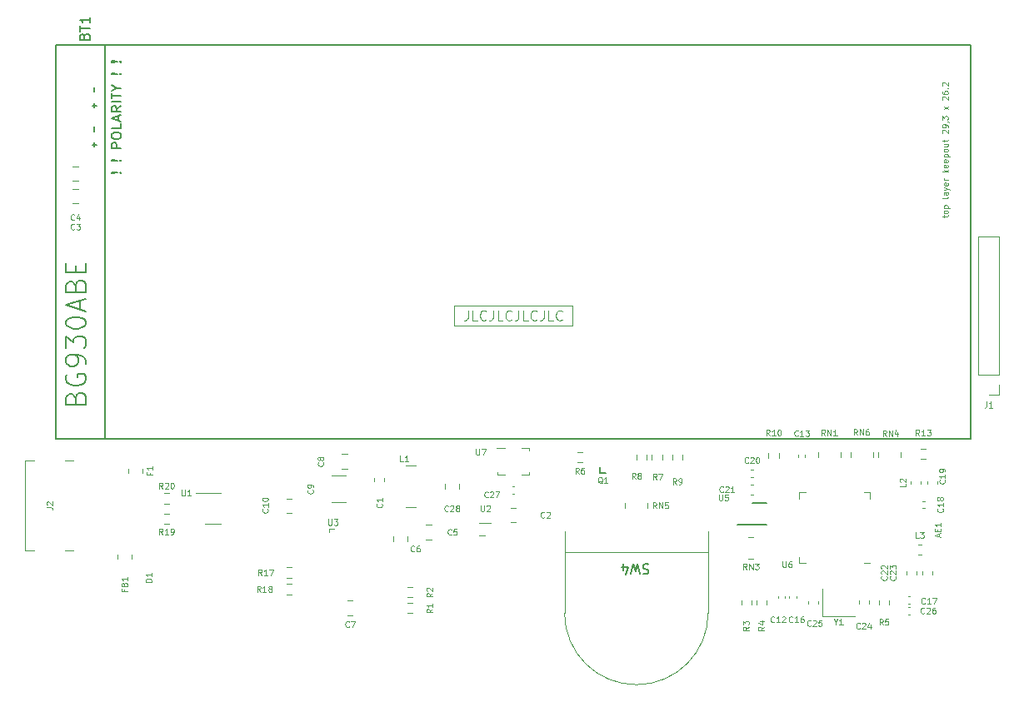
<source format=gbr>
%TF.GenerationSoftware,KiCad,Pcbnew,(5.99.0-11174-ge2a2c3282a)*%
%TF.CreationDate,2021-07-05T21:59:08+02:00*%
%TF.ProjectId,flatlight_rev20_ESIDE,666c6174-6c69-4676-9874-5f7265763230,rev?*%
%TF.SameCoordinates,Original*%
%TF.FileFunction,Legend,Top*%
%TF.FilePolarity,Positive*%
%FSLAX46Y46*%
G04 Gerber Fmt 4.6, Leading zero omitted, Abs format (unit mm)*
G04 Created by KiCad (PCBNEW (5.99.0-11174-ge2a2c3282a)) date 2021-07-05 21:59:08*
%MOMM*%
%LPD*%
G01*
G04 APERTURE LIST*
%ADD10C,0.100000*%
%ADD11C,0.150000*%
%ADD12C,0.120000*%
G04 APERTURE END LIST*
D10*
%TO.C,C26*%
X131514285Y-127764285D02*
X131485714Y-127792857D01*
X131400000Y-127821428D01*
X131342857Y-127821428D01*
X131257142Y-127792857D01*
X131200000Y-127735714D01*
X131171428Y-127678571D01*
X131142857Y-127564285D01*
X131142857Y-127478571D01*
X131171428Y-127364285D01*
X131200000Y-127307142D01*
X131257142Y-127250000D01*
X131342857Y-127221428D01*
X131400000Y-127221428D01*
X131485714Y-127250000D01*
X131514285Y-127278571D01*
X131742857Y-127278571D02*
X131771428Y-127250000D01*
X131828571Y-127221428D01*
X131971428Y-127221428D01*
X132028571Y-127250000D01*
X132057142Y-127278571D01*
X132085714Y-127335714D01*
X132085714Y-127392857D01*
X132057142Y-127478571D01*
X131714285Y-127821428D01*
X132085714Y-127821428D01*
X132600000Y-127221428D02*
X132485714Y-127221428D01*
X132428571Y-127250000D01*
X132400000Y-127278571D01*
X132342857Y-127364285D01*
X132314285Y-127478571D01*
X132314285Y-127707142D01*
X132342857Y-127764285D01*
X132371428Y-127792857D01*
X132428571Y-127821428D01*
X132542857Y-127821428D01*
X132600000Y-127792857D01*
X132628571Y-127764285D01*
X132657142Y-127707142D01*
X132657142Y-127564285D01*
X132628571Y-127507142D01*
X132600000Y-127478571D01*
X132542857Y-127450000D01*
X132428571Y-127450000D01*
X132371428Y-127478571D01*
X132342857Y-127507142D01*
X132314285Y-127564285D01*
%TO.C,C27*%
X87164285Y-115964285D02*
X87135714Y-115992857D01*
X87050000Y-116021428D01*
X86992857Y-116021428D01*
X86907142Y-115992857D01*
X86850000Y-115935714D01*
X86821428Y-115878571D01*
X86792857Y-115764285D01*
X86792857Y-115678571D01*
X86821428Y-115564285D01*
X86850000Y-115507142D01*
X86907142Y-115450000D01*
X86992857Y-115421428D01*
X87050000Y-115421428D01*
X87135714Y-115450000D01*
X87164285Y-115478571D01*
X87392857Y-115478571D02*
X87421428Y-115450000D01*
X87478571Y-115421428D01*
X87621428Y-115421428D01*
X87678571Y-115450000D01*
X87707142Y-115478571D01*
X87735714Y-115535714D01*
X87735714Y-115592857D01*
X87707142Y-115678571D01*
X87364285Y-116021428D01*
X87735714Y-116021428D01*
X87935714Y-115421428D02*
X88335714Y-115421428D01*
X88078571Y-116021428D01*
%TO.C,C17*%
X131564285Y-126764285D02*
X131535714Y-126792857D01*
X131450000Y-126821428D01*
X131392857Y-126821428D01*
X131307142Y-126792857D01*
X131250000Y-126735714D01*
X131221428Y-126678571D01*
X131192857Y-126564285D01*
X131192857Y-126478571D01*
X131221428Y-126364285D01*
X131250000Y-126307142D01*
X131307142Y-126250000D01*
X131392857Y-126221428D01*
X131450000Y-126221428D01*
X131535714Y-126250000D01*
X131564285Y-126278571D01*
X132135714Y-126821428D02*
X131792857Y-126821428D01*
X131964285Y-126821428D02*
X131964285Y-126221428D01*
X131907142Y-126307142D01*
X131850000Y-126364285D01*
X131792857Y-126392857D01*
X132335714Y-126221428D02*
X132735714Y-126221428D01*
X132478571Y-126821428D01*
%TO.C,C7*%
X73050000Y-129144285D02*
X73021428Y-129172857D01*
X72935714Y-129201428D01*
X72878571Y-129201428D01*
X72792857Y-129172857D01*
X72735714Y-129115714D01*
X72707142Y-129058571D01*
X72678571Y-128944285D01*
X72678571Y-128858571D01*
X72707142Y-128744285D01*
X72735714Y-128687142D01*
X72792857Y-128630000D01*
X72878571Y-128601428D01*
X72935714Y-128601428D01*
X73021428Y-128630000D01*
X73050000Y-128658571D01*
X73250000Y-128601428D02*
X73650000Y-128601428D01*
X73392857Y-129201428D01*
%TO.C,C1*%
X76364285Y-116650000D02*
X76392857Y-116678571D01*
X76421428Y-116764285D01*
X76421428Y-116821428D01*
X76392857Y-116907142D01*
X76335714Y-116964285D01*
X76278571Y-116992857D01*
X76164285Y-117021428D01*
X76078571Y-117021428D01*
X75964285Y-116992857D01*
X75907142Y-116964285D01*
X75850000Y-116907142D01*
X75821428Y-116821428D01*
X75821428Y-116764285D01*
X75850000Y-116678571D01*
X75878571Y-116650000D01*
X76421428Y-116078571D02*
X76421428Y-116421428D01*
X76421428Y-116250000D02*
X75821428Y-116250000D01*
X75907142Y-116307142D01*
X75964285Y-116364285D01*
X75992857Y-116421428D01*
%TO.C,C23*%
X128564285Y-124035714D02*
X128592857Y-124064285D01*
X128621428Y-124150000D01*
X128621428Y-124207142D01*
X128592857Y-124292857D01*
X128535714Y-124350000D01*
X128478571Y-124378571D01*
X128364285Y-124407142D01*
X128278571Y-124407142D01*
X128164285Y-124378571D01*
X128107142Y-124350000D01*
X128050000Y-124292857D01*
X128021428Y-124207142D01*
X128021428Y-124150000D01*
X128050000Y-124064285D01*
X128078571Y-124035714D01*
X128078571Y-123807142D02*
X128050000Y-123778571D01*
X128021428Y-123721428D01*
X128021428Y-123578571D01*
X128050000Y-123521428D01*
X128078571Y-123492857D01*
X128135714Y-123464285D01*
X128192857Y-123464285D01*
X128278571Y-123492857D01*
X128621428Y-123835714D01*
X128621428Y-123464285D01*
X128021428Y-123264285D02*
X128021428Y-122892857D01*
X128250000Y-123092857D01*
X128250000Y-123007142D01*
X128278571Y-122950000D01*
X128307142Y-122921428D01*
X128364285Y-122892857D01*
X128507142Y-122892857D01*
X128564285Y-122921428D01*
X128592857Y-122950000D01*
X128621428Y-123007142D01*
X128621428Y-123178571D01*
X128592857Y-123235714D01*
X128564285Y-123264285D01*
%TO.C,C16*%
X118114285Y-128664285D02*
X118085714Y-128692857D01*
X118000000Y-128721428D01*
X117942857Y-128721428D01*
X117857142Y-128692857D01*
X117800000Y-128635714D01*
X117771428Y-128578571D01*
X117742857Y-128464285D01*
X117742857Y-128378571D01*
X117771428Y-128264285D01*
X117800000Y-128207142D01*
X117857142Y-128150000D01*
X117942857Y-128121428D01*
X118000000Y-128121428D01*
X118085714Y-128150000D01*
X118114285Y-128178571D01*
X118685714Y-128721428D02*
X118342857Y-128721428D01*
X118514285Y-128721428D02*
X118514285Y-128121428D01*
X118457142Y-128207142D01*
X118400000Y-128264285D01*
X118342857Y-128292857D01*
X119200000Y-128121428D02*
X119085714Y-128121428D01*
X119028571Y-128150000D01*
X119000000Y-128178571D01*
X118942857Y-128264285D01*
X118914285Y-128378571D01*
X118914285Y-128607142D01*
X118942857Y-128664285D01*
X118971428Y-128692857D01*
X119028571Y-128721428D01*
X119142857Y-128721428D01*
X119200000Y-128692857D01*
X119228571Y-128664285D01*
X119257142Y-128607142D01*
X119257142Y-128464285D01*
X119228571Y-128407142D01*
X119200000Y-128378571D01*
X119142857Y-128350000D01*
X119028571Y-128350000D01*
X118971428Y-128378571D01*
X118942857Y-128407142D01*
X118914285Y-128464285D01*
%TO.C,C22*%
X127664285Y-124035714D02*
X127692857Y-124064285D01*
X127721428Y-124150000D01*
X127721428Y-124207142D01*
X127692857Y-124292857D01*
X127635714Y-124350000D01*
X127578571Y-124378571D01*
X127464285Y-124407142D01*
X127378571Y-124407142D01*
X127264285Y-124378571D01*
X127207142Y-124350000D01*
X127150000Y-124292857D01*
X127121428Y-124207142D01*
X127121428Y-124150000D01*
X127150000Y-124064285D01*
X127178571Y-124035714D01*
X127178571Y-123807142D02*
X127150000Y-123778571D01*
X127121428Y-123721428D01*
X127121428Y-123578571D01*
X127150000Y-123521428D01*
X127178571Y-123492857D01*
X127235714Y-123464285D01*
X127292857Y-123464285D01*
X127378571Y-123492857D01*
X127721428Y-123835714D01*
X127721428Y-123464285D01*
X127178571Y-123235714D02*
X127150000Y-123207142D01*
X127121428Y-123150000D01*
X127121428Y-123007142D01*
X127150000Y-122950000D01*
X127178571Y-122921428D01*
X127235714Y-122892857D01*
X127292857Y-122892857D01*
X127378571Y-122921428D01*
X127721428Y-123264285D01*
X127721428Y-122892857D01*
%TO.C,C12*%
X116264285Y-128664285D02*
X116235714Y-128692857D01*
X116150000Y-128721428D01*
X116092857Y-128721428D01*
X116007142Y-128692857D01*
X115950000Y-128635714D01*
X115921428Y-128578571D01*
X115892857Y-128464285D01*
X115892857Y-128378571D01*
X115921428Y-128264285D01*
X115950000Y-128207142D01*
X116007142Y-128150000D01*
X116092857Y-128121428D01*
X116150000Y-128121428D01*
X116235714Y-128150000D01*
X116264285Y-128178571D01*
X116835714Y-128721428D02*
X116492857Y-128721428D01*
X116664285Y-128721428D02*
X116664285Y-128121428D01*
X116607142Y-128207142D01*
X116550000Y-128264285D01*
X116492857Y-128292857D01*
X117064285Y-128178571D02*
X117092857Y-128150000D01*
X117150000Y-128121428D01*
X117292857Y-128121428D01*
X117350000Y-128150000D01*
X117378571Y-128178571D01*
X117407142Y-128235714D01*
X117407142Y-128292857D01*
X117378571Y-128378571D01*
X117035714Y-128721428D01*
X117407142Y-128721428D01*
%TO.C,C5*%
X83450000Y-119764285D02*
X83421428Y-119792857D01*
X83335714Y-119821428D01*
X83278571Y-119821428D01*
X83192857Y-119792857D01*
X83135714Y-119735714D01*
X83107142Y-119678571D01*
X83078571Y-119564285D01*
X83078571Y-119478571D01*
X83107142Y-119364285D01*
X83135714Y-119307142D01*
X83192857Y-119250000D01*
X83278571Y-119221428D01*
X83335714Y-119221428D01*
X83421428Y-119250000D01*
X83450000Y-119278571D01*
X83992857Y-119221428D02*
X83707142Y-119221428D01*
X83678571Y-119507142D01*
X83707142Y-119478571D01*
X83764285Y-119450000D01*
X83907142Y-119450000D01*
X83964285Y-119478571D01*
X83992857Y-119507142D01*
X84021428Y-119564285D01*
X84021428Y-119707142D01*
X83992857Y-119764285D01*
X83964285Y-119792857D01*
X83907142Y-119821428D01*
X83764285Y-119821428D01*
X83707142Y-119792857D01*
X83678571Y-119764285D01*
%TO.C,C10*%
X64764285Y-117185714D02*
X64792857Y-117214285D01*
X64821428Y-117300000D01*
X64821428Y-117357142D01*
X64792857Y-117442857D01*
X64735714Y-117500000D01*
X64678571Y-117528571D01*
X64564285Y-117557142D01*
X64478571Y-117557142D01*
X64364285Y-117528571D01*
X64307142Y-117500000D01*
X64250000Y-117442857D01*
X64221428Y-117357142D01*
X64221428Y-117300000D01*
X64250000Y-117214285D01*
X64278571Y-117185714D01*
X64821428Y-116614285D02*
X64821428Y-116957142D01*
X64821428Y-116785714D02*
X64221428Y-116785714D01*
X64307142Y-116842857D01*
X64364285Y-116900000D01*
X64392857Y-116957142D01*
X64221428Y-116242857D02*
X64221428Y-116185714D01*
X64250000Y-116128571D01*
X64278571Y-116100000D01*
X64335714Y-116071428D01*
X64450000Y-116042857D01*
X64592857Y-116042857D01*
X64707142Y-116071428D01*
X64764285Y-116100000D01*
X64792857Y-116128571D01*
X64821428Y-116185714D01*
X64821428Y-116242857D01*
X64792857Y-116300000D01*
X64764285Y-116328571D01*
X64707142Y-116357142D01*
X64592857Y-116385714D01*
X64450000Y-116385714D01*
X64335714Y-116357142D01*
X64278571Y-116328571D01*
X64250000Y-116300000D01*
X64221428Y-116242857D01*
%TO.C,C6*%
X79700000Y-121464285D02*
X79671428Y-121492857D01*
X79585714Y-121521428D01*
X79528571Y-121521428D01*
X79442857Y-121492857D01*
X79385714Y-121435714D01*
X79357142Y-121378571D01*
X79328571Y-121264285D01*
X79328571Y-121178571D01*
X79357142Y-121064285D01*
X79385714Y-121007142D01*
X79442857Y-120950000D01*
X79528571Y-120921428D01*
X79585714Y-120921428D01*
X79671428Y-120950000D01*
X79700000Y-120978571D01*
X80214285Y-120921428D02*
X80100000Y-120921428D01*
X80042857Y-120950000D01*
X80014285Y-120978571D01*
X79957142Y-121064285D01*
X79928571Y-121178571D01*
X79928571Y-121407142D01*
X79957142Y-121464285D01*
X79985714Y-121492857D01*
X80042857Y-121521428D01*
X80157142Y-121521428D01*
X80214285Y-121492857D01*
X80242857Y-121464285D01*
X80271428Y-121407142D01*
X80271428Y-121264285D01*
X80242857Y-121207142D01*
X80214285Y-121178571D01*
X80157142Y-121150000D01*
X80042857Y-121150000D01*
X79985714Y-121178571D01*
X79957142Y-121207142D01*
X79928571Y-121264285D01*
%TO.C,C8*%
X70414285Y-112450000D02*
X70442857Y-112478571D01*
X70471428Y-112564285D01*
X70471428Y-112621428D01*
X70442857Y-112707142D01*
X70385714Y-112764285D01*
X70328571Y-112792857D01*
X70214285Y-112821428D01*
X70128571Y-112821428D01*
X70014285Y-112792857D01*
X69957142Y-112764285D01*
X69900000Y-112707142D01*
X69871428Y-112621428D01*
X69871428Y-112564285D01*
X69900000Y-112478571D01*
X69928571Y-112450000D01*
X70128571Y-112107142D02*
X70100000Y-112164285D01*
X70071428Y-112192857D01*
X70014285Y-112221428D01*
X69985714Y-112221428D01*
X69928571Y-112192857D01*
X69900000Y-112164285D01*
X69871428Y-112107142D01*
X69871428Y-111992857D01*
X69900000Y-111935714D01*
X69928571Y-111907142D01*
X69985714Y-111878571D01*
X70014285Y-111878571D01*
X70071428Y-111907142D01*
X70100000Y-111935714D01*
X70128571Y-111992857D01*
X70128571Y-112107142D01*
X70157142Y-112164285D01*
X70185714Y-112192857D01*
X70242857Y-112221428D01*
X70357142Y-112221428D01*
X70414285Y-112192857D01*
X70442857Y-112164285D01*
X70471428Y-112107142D01*
X70471428Y-111992857D01*
X70442857Y-111935714D01*
X70414285Y-111907142D01*
X70357142Y-111878571D01*
X70242857Y-111878571D01*
X70185714Y-111907142D01*
X70157142Y-111935714D01*
X70128571Y-111992857D01*
%TO.C,C2*%
X92900000Y-118014285D02*
X92871428Y-118042857D01*
X92785714Y-118071428D01*
X92728571Y-118071428D01*
X92642857Y-118042857D01*
X92585714Y-117985714D01*
X92557142Y-117928571D01*
X92528571Y-117814285D01*
X92528571Y-117728571D01*
X92557142Y-117614285D01*
X92585714Y-117557142D01*
X92642857Y-117500000D01*
X92728571Y-117471428D01*
X92785714Y-117471428D01*
X92871428Y-117500000D01*
X92900000Y-117528571D01*
X93128571Y-117528571D02*
X93157142Y-117500000D01*
X93214285Y-117471428D01*
X93357142Y-117471428D01*
X93414285Y-117500000D01*
X93442857Y-117528571D01*
X93471428Y-117585714D01*
X93471428Y-117642857D01*
X93442857Y-117728571D01*
X93100000Y-118071428D01*
X93471428Y-118071428D01*
%TO.C,C9*%
X69364285Y-115250000D02*
X69392857Y-115278571D01*
X69421428Y-115364285D01*
X69421428Y-115421428D01*
X69392857Y-115507142D01*
X69335714Y-115564285D01*
X69278571Y-115592857D01*
X69164285Y-115621428D01*
X69078571Y-115621428D01*
X68964285Y-115592857D01*
X68907142Y-115564285D01*
X68850000Y-115507142D01*
X68821428Y-115421428D01*
X68821428Y-115364285D01*
X68850000Y-115278571D01*
X68878571Y-115250000D01*
X69421428Y-114964285D02*
X69421428Y-114850000D01*
X69392857Y-114792857D01*
X69364285Y-114764285D01*
X69278571Y-114707142D01*
X69164285Y-114678571D01*
X68935714Y-114678571D01*
X68878571Y-114707142D01*
X68850000Y-114735714D01*
X68821428Y-114792857D01*
X68821428Y-114907142D01*
X68850000Y-114964285D01*
X68878571Y-114992857D01*
X68935714Y-115021428D01*
X69078571Y-115021428D01*
X69135714Y-114992857D01*
X69164285Y-114964285D01*
X69192857Y-114907142D01*
X69192857Y-114792857D01*
X69164285Y-114735714D01*
X69135714Y-114707142D01*
X69078571Y-114678571D01*
%TO.C,C3*%
X45150000Y-88714285D02*
X45121428Y-88742857D01*
X45035714Y-88771428D01*
X44978571Y-88771428D01*
X44892857Y-88742857D01*
X44835714Y-88685714D01*
X44807142Y-88628571D01*
X44778571Y-88514285D01*
X44778571Y-88428571D01*
X44807142Y-88314285D01*
X44835714Y-88257142D01*
X44892857Y-88200000D01*
X44978571Y-88171428D01*
X45035714Y-88171428D01*
X45121428Y-88200000D01*
X45150000Y-88228571D01*
X45350000Y-88171428D02*
X45721428Y-88171428D01*
X45521428Y-88400000D01*
X45607142Y-88400000D01*
X45664285Y-88428571D01*
X45692857Y-88457142D01*
X45721428Y-88514285D01*
X45721428Y-88657142D01*
X45692857Y-88714285D01*
X45664285Y-88742857D01*
X45607142Y-88771428D01*
X45435714Y-88771428D01*
X45378571Y-88742857D01*
X45350000Y-88714285D01*
%TO.C,C4*%
X45150000Y-87764285D02*
X45121428Y-87792857D01*
X45035714Y-87821428D01*
X44978571Y-87821428D01*
X44892857Y-87792857D01*
X44835714Y-87735714D01*
X44807142Y-87678571D01*
X44778571Y-87564285D01*
X44778571Y-87478571D01*
X44807142Y-87364285D01*
X44835714Y-87307142D01*
X44892857Y-87250000D01*
X44978571Y-87221428D01*
X45035714Y-87221428D01*
X45121428Y-87250000D01*
X45150000Y-87278571D01*
X45664285Y-87421428D02*
X45664285Y-87821428D01*
X45521428Y-87192857D02*
X45378571Y-87621428D01*
X45750000Y-87621428D01*
%TO.C,C20*%
X113614285Y-112464285D02*
X113585714Y-112492857D01*
X113500000Y-112521428D01*
X113442857Y-112521428D01*
X113357142Y-112492857D01*
X113300000Y-112435714D01*
X113271428Y-112378571D01*
X113242857Y-112264285D01*
X113242857Y-112178571D01*
X113271428Y-112064285D01*
X113300000Y-112007142D01*
X113357142Y-111950000D01*
X113442857Y-111921428D01*
X113500000Y-111921428D01*
X113585714Y-111950000D01*
X113614285Y-111978571D01*
X113842857Y-111978571D02*
X113871428Y-111950000D01*
X113928571Y-111921428D01*
X114071428Y-111921428D01*
X114128571Y-111950000D01*
X114157142Y-111978571D01*
X114185714Y-112035714D01*
X114185714Y-112092857D01*
X114157142Y-112178571D01*
X113814285Y-112521428D01*
X114185714Y-112521428D01*
X114557142Y-111921428D02*
X114614285Y-111921428D01*
X114671428Y-111950000D01*
X114700000Y-111978571D01*
X114728571Y-112035714D01*
X114757142Y-112150000D01*
X114757142Y-112292857D01*
X114728571Y-112407142D01*
X114700000Y-112464285D01*
X114671428Y-112492857D01*
X114614285Y-112521428D01*
X114557142Y-112521428D01*
X114500000Y-112492857D01*
X114471428Y-112464285D01*
X114442857Y-112407142D01*
X114414285Y-112292857D01*
X114414285Y-112150000D01*
X114442857Y-112035714D01*
X114471428Y-111978571D01*
X114500000Y-111950000D01*
X114557142Y-111921428D01*
%TO.C,C21*%
X111064285Y-115414285D02*
X111035714Y-115442857D01*
X110950000Y-115471428D01*
X110892857Y-115471428D01*
X110807142Y-115442857D01*
X110750000Y-115385714D01*
X110721428Y-115328571D01*
X110692857Y-115214285D01*
X110692857Y-115128571D01*
X110721428Y-115014285D01*
X110750000Y-114957142D01*
X110807142Y-114900000D01*
X110892857Y-114871428D01*
X110950000Y-114871428D01*
X111035714Y-114900000D01*
X111064285Y-114928571D01*
X111292857Y-114928571D02*
X111321428Y-114900000D01*
X111378571Y-114871428D01*
X111521428Y-114871428D01*
X111578571Y-114900000D01*
X111607142Y-114928571D01*
X111635714Y-114985714D01*
X111635714Y-115042857D01*
X111607142Y-115128571D01*
X111264285Y-115471428D01*
X111635714Y-115471428D01*
X112207142Y-115471428D02*
X111864285Y-115471428D01*
X112035714Y-115471428D02*
X112035714Y-114871428D01*
X111978571Y-114957142D01*
X111921428Y-115014285D01*
X111864285Y-115042857D01*
%TO.C,C24*%
X124964285Y-129314285D02*
X124935714Y-129342857D01*
X124850000Y-129371428D01*
X124792857Y-129371428D01*
X124707142Y-129342857D01*
X124650000Y-129285714D01*
X124621428Y-129228571D01*
X124592857Y-129114285D01*
X124592857Y-129028571D01*
X124621428Y-128914285D01*
X124650000Y-128857142D01*
X124707142Y-128800000D01*
X124792857Y-128771428D01*
X124850000Y-128771428D01*
X124935714Y-128800000D01*
X124964285Y-128828571D01*
X125192857Y-128828571D02*
X125221428Y-128800000D01*
X125278571Y-128771428D01*
X125421428Y-128771428D01*
X125478571Y-128800000D01*
X125507142Y-128828571D01*
X125535714Y-128885714D01*
X125535714Y-128942857D01*
X125507142Y-129028571D01*
X125164285Y-129371428D01*
X125535714Y-129371428D01*
X126050000Y-128971428D02*
X126050000Y-129371428D01*
X125907142Y-128742857D02*
X125764285Y-129171428D01*
X126135714Y-129171428D01*
%TO.C,C25*%
X119964285Y-129014285D02*
X119935714Y-129042857D01*
X119850000Y-129071428D01*
X119792857Y-129071428D01*
X119707142Y-129042857D01*
X119650000Y-128985714D01*
X119621428Y-128928571D01*
X119592857Y-128814285D01*
X119592857Y-128728571D01*
X119621428Y-128614285D01*
X119650000Y-128557142D01*
X119707142Y-128500000D01*
X119792857Y-128471428D01*
X119850000Y-128471428D01*
X119935714Y-128500000D01*
X119964285Y-128528571D01*
X120192857Y-128528571D02*
X120221428Y-128500000D01*
X120278571Y-128471428D01*
X120421428Y-128471428D01*
X120478571Y-128500000D01*
X120507142Y-128528571D01*
X120535714Y-128585714D01*
X120535714Y-128642857D01*
X120507142Y-128728571D01*
X120164285Y-129071428D01*
X120535714Y-129071428D01*
X121078571Y-128471428D02*
X120792857Y-128471428D01*
X120764285Y-128757142D01*
X120792857Y-128728571D01*
X120850000Y-128700000D01*
X120992857Y-128700000D01*
X121050000Y-128728571D01*
X121078571Y-128757142D01*
X121107142Y-128814285D01*
X121107142Y-128957142D01*
X121078571Y-129014285D01*
X121050000Y-129042857D01*
X120992857Y-129071428D01*
X120850000Y-129071428D01*
X120792857Y-129042857D01*
X120764285Y-129014285D01*
%TO.C,C18*%
X133364285Y-117135714D02*
X133392857Y-117164285D01*
X133421428Y-117250000D01*
X133421428Y-117307142D01*
X133392857Y-117392857D01*
X133335714Y-117450000D01*
X133278571Y-117478571D01*
X133164285Y-117507142D01*
X133078571Y-117507142D01*
X132964285Y-117478571D01*
X132907142Y-117450000D01*
X132850000Y-117392857D01*
X132821428Y-117307142D01*
X132821428Y-117250000D01*
X132850000Y-117164285D01*
X132878571Y-117135714D01*
X133421428Y-116564285D02*
X133421428Y-116907142D01*
X133421428Y-116735714D02*
X132821428Y-116735714D01*
X132907142Y-116792857D01*
X132964285Y-116850000D01*
X132992857Y-116907142D01*
X133078571Y-116221428D02*
X133050000Y-116278571D01*
X133021428Y-116307142D01*
X132964285Y-116335714D01*
X132935714Y-116335714D01*
X132878571Y-116307142D01*
X132850000Y-116278571D01*
X132821428Y-116221428D01*
X132821428Y-116107142D01*
X132850000Y-116050000D01*
X132878571Y-116021428D01*
X132935714Y-115992857D01*
X132964285Y-115992857D01*
X133021428Y-116021428D01*
X133050000Y-116050000D01*
X133078571Y-116107142D01*
X133078571Y-116221428D01*
X133107142Y-116278571D01*
X133135714Y-116307142D01*
X133192857Y-116335714D01*
X133307142Y-116335714D01*
X133364285Y-116307142D01*
X133392857Y-116278571D01*
X133421428Y-116221428D01*
X133421428Y-116107142D01*
X133392857Y-116050000D01*
X133364285Y-116021428D01*
X133307142Y-115992857D01*
X133192857Y-115992857D01*
X133135714Y-116021428D01*
X133107142Y-116050000D01*
X133078571Y-116107142D01*
%TO.C,C19*%
X133564285Y-114235714D02*
X133592857Y-114264285D01*
X133621428Y-114350000D01*
X133621428Y-114407142D01*
X133592857Y-114492857D01*
X133535714Y-114550000D01*
X133478571Y-114578571D01*
X133364285Y-114607142D01*
X133278571Y-114607142D01*
X133164285Y-114578571D01*
X133107142Y-114550000D01*
X133050000Y-114492857D01*
X133021428Y-114407142D01*
X133021428Y-114350000D01*
X133050000Y-114264285D01*
X133078571Y-114235714D01*
X133621428Y-113664285D02*
X133621428Y-114007142D01*
X133621428Y-113835714D02*
X133021428Y-113835714D01*
X133107142Y-113892857D01*
X133164285Y-113950000D01*
X133192857Y-114007142D01*
X133621428Y-113378571D02*
X133621428Y-113264285D01*
X133592857Y-113207142D01*
X133564285Y-113178571D01*
X133478571Y-113121428D01*
X133364285Y-113092857D01*
X133135714Y-113092857D01*
X133078571Y-113121428D01*
X133050000Y-113150000D01*
X133021428Y-113207142D01*
X133021428Y-113321428D01*
X133050000Y-113378571D01*
X133078571Y-113407142D01*
X133135714Y-113435714D01*
X133278571Y-113435714D01*
X133335714Y-113407142D01*
X133364285Y-113378571D01*
X133392857Y-113321428D01*
X133392857Y-113207142D01*
X133364285Y-113150000D01*
X133335714Y-113121428D01*
X133278571Y-113092857D01*
%TO.C,C13*%
X118664285Y-109714285D02*
X118635714Y-109742857D01*
X118550000Y-109771428D01*
X118492857Y-109771428D01*
X118407142Y-109742857D01*
X118350000Y-109685714D01*
X118321428Y-109628571D01*
X118292857Y-109514285D01*
X118292857Y-109428571D01*
X118321428Y-109314285D01*
X118350000Y-109257142D01*
X118407142Y-109200000D01*
X118492857Y-109171428D01*
X118550000Y-109171428D01*
X118635714Y-109200000D01*
X118664285Y-109228571D01*
X119235714Y-109771428D02*
X118892857Y-109771428D01*
X119064285Y-109771428D02*
X119064285Y-109171428D01*
X119007142Y-109257142D01*
X118950000Y-109314285D01*
X118892857Y-109342857D01*
X119435714Y-109171428D02*
X119807142Y-109171428D01*
X119607142Y-109400000D01*
X119692857Y-109400000D01*
X119750000Y-109428571D01*
X119778571Y-109457142D01*
X119807142Y-109514285D01*
X119807142Y-109657142D01*
X119778571Y-109714285D01*
X119750000Y-109742857D01*
X119692857Y-109771428D01*
X119521428Y-109771428D01*
X119464285Y-109742857D01*
X119435714Y-109714285D01*
%TO.C,L3*%
X130950000Y-120121428D02*
X130664285Y-120121428D01*
X130664285Y-119521428D01*
X131092857Y-119521428D02*
X131464285Y-119521428D01*
X131264285Y-119750000D01*
X131350000Y-119750000D01*
X131407142Y-119778571D01*
X131435714Y-119807142D01*
X131464285Y-119864285D01*
X131464285Y-120007142D01*
X131435714Y-120064285D01*
X131407142Y-120092857D01*
X131350000Y-120121428D01*
X131178571Y-120121428D01*
X131121428Y-120092857D01*
X131092857Y-120064285D01*
%TO.C,L1*%
X78550000Y-112371428D02*
X78264285Y-112371428D01*
X78264285Y-111771428D01*
X79064285Y-112371428D02*
X78721428Y-112371428D01*
X78892857Y-112371428D02*
X78892857Y-111771428D01*
X78835714Y-111857142D01*
X78778571Y-111914285D01*
X78721428Y-111942857D01*
%TO.C,L2*%
X129621428Y-114600000D02*
X129621428Y-114885714D01*
X129021428Y-114885714D01*
X129078571Y-114428571D02*
X129050000Y-114400000D01*
X129021428Y-114342857D01*
X129021428Y-114200000D01*
X129050000Y-114142857D01*
X129078571Y-114114285D01*
X129135714Y-114085714D01*
X129192857Y-114085714D01*
X129278571Y-114114285D01*
X129621428Y-114457142D01*
X129621428Y-114085714D01*
%TO.C,logo5*%
X85130952Y-97002380D02*
X85130952Y-97716666D01*
X85083333Y-97859523D01*
X84988095Y-97954761D01*
X84845238Y-98002380D01*
X84750000Y-98002380D01*
X86083333Y-98002380D02*
X85607142Y-98002380D01*
X85607142Y-97002380D01*
X86988095Y-97907142D02*
X86940476Y-97954761D01*
X86797619Y-98002380D01*
X86702380Y-98002380D01*
X86559523Y-97954761D01*
X86464285Y-97859523D01*
X86416666Y-97764285D01*
X86369047Y-97573809D01*
X86369047Y-97430952D01*
X86416666Y-97240476D01*
X86464285Y-97145238D01*
X86559523Y-97050000D01*
X86702380Y-97002380D01*
X86797619Y-97002380D01*
X86940476Y-97050000D01*
X86988095Y-97097619D01*
X87702380Y-97002380D02*
X87702380Y-97716666D01*
X87654761Y-97859523D01*
X87559523Y-97954761D01*
X87416666Y-98002380D01*
X87321428Y-98002380D01*
X88654761Y-98002380D02*
X88178571Y-98002380D01*
X88178571Y-97002380D01*
X89559523Y-97907142D02*
X89511904Y-97954761D01*
X89369047Y-98002380D01*
X89273809Y-98002380D01*
X89130952Y-97954761D01*
X89035714Y-97859523D01*
X88988095Y-97764285D01*
X88940476Y-97573809D01*
X88940476Y-97430952D01*
X88988095Y-97240476D01*
X89035714Y-97145238D01*
X89130952Y-97050000D01*
X89273809Y-97002380D01*
X89369047Y-97002380D01*
X89511904Y-97050000D01*
X89559523Y-97097619D01*
X90273809Y-97002380D02*
X90273809Y-97716666D01*
X90226190Y-97859523D01*
X90130952Y-97954761D01*
X89988095Y-98002380D01*
X89892857Y-98002380D01*
X91226190Y-98002380D02*
X90750000Y-98002380D01*
X90750000Y-97002380D01*
X92130952Y-97907142D02*
X92083333Y-97954761D01*
X91940476Y-98002380D01*
X91845238Y-98002380D01*
X91702380Y-97954761D01*
X91607142Y-97859523D01*
X91559523Y-97764285D01*
X91511904Y-97573809D01*
X91511904Y-97430952D01*
X91559523Y-97240476D01*
X91607142Y-97145238D01*
X91702380Y-97050000D01*
X91845238Y-97002380D01*
X91940476Y-97002380D01*
X92083333Y-97050000D01*
X92130952Y-97097619D01*
X92845238Y-97002380D02*
X92845238Y-97716666D01*
X92797619Y-97859523D01*
X92702380Y-97954761D01*
X92559523Y-98002380D01*
X92464285Y-98002380D01*
X93797619Y-98002380D02*
X93321428Y-98002380D01*
X93321428Y-97002380D01*
X94702380Y-97907142D02*
X94654761Y-97954761D01*
X94511904Y-98002380D01*
X94416666Y-98002380D01*
X94273809Y-97954761D01*
X94178571Y-97859523D01*
X94130952Y-97764285D01*
X94083333Y-97573809D01*
X94083333Y-97430952D01*
X94130952Y-97240476D01*
X94178571Y-97145238D01*
X94273809Y-97050000D01*
X94416666Y-97002380D01*
X94511904Y-97002380D01*
X94654761Y-97050000D01*
X94702380Y-97097619D01*
%TO.C,Q1*%
X98792857Y-114578571D02*
X98735714Y-114550000D01*
X98678571Y-114492857D01*
X98592857Y-114407142D01*
X98535714Y-114378571D01*
X98478571Y-114378571D01*
X98507142Y-114521428D02*
X98450000Y-114492857D01*
X98392857Y-114435714D01*
X98364285Y-114321428D01*
X98364285Y-114121428D01*
X98392857Y-114007142D01*
X98450000Y-113950000D01*
X98507142Y-113921428D01*
X98621428Y-113921428D01*
X98678571Y-113950000D01*
X98735714Y-114007142D01*
X98764285Y-114121428D01*
X98764285Y-114321428D01*
X98735714Y-114435714D01*
X98678571Y-114492857D01*
X98621428Y-114521428D01*
X98507142Y-114521428D01*
X99335714Y-114521428D02*
X98992857Y-114521428D01*
X99164285Y-114521428D02*
X99164285Y-113921428D01*
X99107142Y-114007142D01*
X99050000Y-114064285D01*
X98992857Y-114092857D01*
%TO.C,R5*%
X127300000Y-128971428D02*
X127100000Y-128685714D01*
X126957142Y-128971428D02*
X126957142Y-128371428D01*
X127185714Y-128371428D01*
X127242857Y-128400000D01*
X127271428Y-128428571D01*
X127300000Y-128485714D01*
X127300000Y-128571428D01*
X127271428Y-128628571D01*
X127242857Y-128657142D01*
X127185714Y-128685714D01*
X126957142Y-128685714D01*
X127842857Y-128371428D02*
X127557142Y-128371428D01*
X127528571Y-128657142D01*
X127557142Y-128628571D01*
X127614285Y-128600000D01*
X127757142Y-128600000D01*
X127814285Y-128628571D01*
X127842857Y-128657142D01*
X127871428Y-128714285D01*
X127871428Y-128857142D01*
X127842857Y-128914285D01*
X127814285Y-128942857D01*
X127757142Y-128971428D01*
X127614285Y-128971428D01*
X127557142Y-128942857D01*
X127528571Y-128914285D01*
%TO.C,R1*%
X81521428Y-127350000D02*
X81235714Y-127550000D01*
X81521428Y-127692857D02*
X80921428Y-127692857D01*
X80921428Y-127464285D01*
X80950000Y-127407142D01*
X80978571Y-127378571D01*
X81035714Y-127350000D01*
X81121428Y-127350000D01*
X81178571Y-127378571D01*
X81207142Y-127407142D01*
X81235714Y-127464285D01*
X81235714Y-127692857D01*
X81521428Y-126778571D02*
X81521428Y-127121428D01*
X81521428Y-126950000D02*
X80921428Y-126950000D01*
X81007142Y-127007142D01*
X81064285Y-127064285D01*
X81092857Y-127121428D01*
%TO.C,R2*%
X81521428Y-125750000D02*
X81235714Y-125950000D01*
X81521428Y-126092857D02*
X80921428Y-126092857D01*
X80921428Y-125864285D01*
X80950000Y-125807142D01*
X80978571Y-125778571D01*
X81035714Y-125750000D01*
X81121428Y-125750000D01*
X81178571Y-125778571D01*
X81207142Y-125807142D01*
X81235714Y-125864285D01*
X81235714Y-126092857D01*
X80978571Y-125521428D02*
X80950000Y-125492857D01*
X80921428Y-125435714D01*
X80921428Y-125292857D01*
X80950000Y-125235714D01*
X80978571Y-125207142D01*
X81035714Y-125178571D01*
X81092857Y-125178571D01*
X81178571Y-125207142D01*
X81521428Y-125550000D01*
X81521428Y-125178571D01*
%TO.C,R7*%
X104300000Y-114171428D02*
X104100000Y-113885714D01*
X103957142Y-114171428D02*
X103957142Y-113571428D01*
X104185714Y-113571428D01*
X104242857Y-113600000D01*
X104271428Y-113628571D01*
X104300000Y-113685714D01*
X104300000Y-113771428D01*
X104271428Y-113828571D01*
X104242857Y-113857142D01*
X104185714Y-113885714D01*
X103957142Y-113885714D01*
X104500000Y-113571428D02*
X104900000Y-113571428D01*
X104642857Y-114171428D01*
%TO.C,R8*%
X102150000Y-114121428D02*
X101950000Y-113835714D01*
X101807142Y-114121428D02*
X101807142Y-113521428D01*
X102035714Y-113521428D01*
X102092857Y-113550000D01*
X102121428Y-113578571D01*
X102150000Y-113635714D01*
X102150000Y-113721428D01*
X102121428Y-113778571D01*
X102092857Y-113807142D01*
X102035714Y-113835714D01*
X101807142Y-113835714D01*
X102492857Y-113778571D02*
X102435714Y-113750000D01*
X102407142Y-113721428D01*
X102378571Y-113664285D01*
X102378571Y-113635714D01*
X102407142Y-113578571D01*
X102435714Y-113550000D01*
X102492857Y-113521428D01*
X102607142Y-113521428D01*
X102664285Y-113550000D01*
X102692857Y-113578571D01*
X102721428Y-113635714D01*
X102721428Y-113664285D01*
X102692857Y-113721428D01*
X102664285Y-113750000D01*
X102607142Y-113778571D01*
X102492857Y-113778571D01*
X102435714Y-113807142D01*
X102407142Y-113835714D01*
X102378571Y-113892857D01*
X102378571Y-114007142D01*
X102407142Y-114064285D01*
X102435714Y-114092857D01*
X102492857Y-114121428D01*
X102607142Y-114121428D01*
X102664285Y-114092857D01*
X102692857Y-114064285D01*
X102721428Y-114007142D01*
X102721428Y-113892857D01*
X102692857Y-113835714D01*
X102664285Y-113807142D01*
X102607142Y-113778571D01*
%TO.C,R9*%
X106300000Y-114671428D02*
X106100000Y-114385714D01*
X105957142Y-114671428D02*
X105957142Y-114071428D01*
X106185714Y-114071428D01*
X106242857Y-114100000D01*
X106271428Y-114128571D01*
X106300000Y-114185714D01*
X106300000Y-114271428D01*
X106271428Y-114328571D01*
X106242857Y-114357142D01*
X106185714Y-114385714D01*
X105957142Y-114385714D01*
X106585714Y-114671428D02*
X106700000Y-114671428D01*
X106757142Y-114642857D01*
X106785714Y-114614285D01*
X106842857Y-114528571D01*
X106871428Y-114414285D01*
X106871428Y-114185714D01*
X106842857Y-114128571D01*
X106814285Y-114100000D01*
X106757142Y-114071428D01*
X106642857Y-114071428D01*
X106585714Y-114100000D01*
X106557142Y-114128571D01*
X106528571Y-114185714D01*
X106528571Y-114328571D01*
X106557142Y-114385714D01*
X106585714Y-114414285D01*
X106642857Y-114442857D01*
X106757142Y-114442857D01*
X106814285Y-114414285D01*
X106842857Y-114385714D01*
X106871428Y-114328571D01*
%TO.C,R3*%
X113671428Y-129150000D02*
X113385714Y-129350000D01*
X113671428Y-129492857D02*
X113071428Y-129492857D01*
X113071428Y-129264285D01*
X113100000Y-129207142D01*
X113128571Y-129178571D01*
X113185714Y-129150000D01*
X113271428Y-129150000D01*
X113328571Y-129178571D01*
X113357142Y-129207142D01*
X113385714Y-129264285D01*
X113385714Y-129492857D01*
X113071428Y-128950000D02*
X113071428Y-128578571D01*
X113300000Y-128778571D01*
X113300000Y-128692857D01*
X113328571Y-128635714D01*
X113357142Y-128607142D01*
X113414285Y-128578571D01*
X113557142Y-128578571D01*
X113614285Y-128607142D01*
X113642857Y-128635714D01*
X113671428Y-128692857D01*
X113671428Y-128864285D01*
X113642857Y-128921428D01*
X113614285Y-128950000D01*
%TO.C,R4*%
X115221428Y-129150000D02*
X114935714Y-129350000D01*
X115221428Y-129492857D02*
X114621428Y-129492857D01*
X114621428Y-129264285D01*
X114650000Y-129207142D01*
X114678571Y-129178571D01*
X114735714Y-129150000D01*
X114821428Y-129150000D01*
X114878571Y-129178571D01*
X114907142Y-129207142D01*
X114935714Y-129264285D01*
X114935714Y-129492857D01*
X114821428Y-128635714D02*
X115221428Y-128635714D01*
X114592857Y-128778571D02*
X115021428Y-128921428D01*
X115021428Y-128550000D01*
%TO.C,RN1*%
X121435714Y-109721428D02*
X121235714Y-109435714D01*
X121092857Y-109721428D02*
X121092857Y-109121428D01*
X121321428Y-109121428D01*
X121378571Y-109150000D01*
X121407142Y-109178571D01*
X121435714Y-109235714D01*
X121435714Y-109321428D01*
X121407142Y-109378571D01*
X121378571Y-109407142D01*
X121321428Y-109435714D01*
X121092857Y-109435714D01*
X121692857Y-109721428D02*
X121692857Y-109121428D01*
X122035714Y-109721428D01*
X122035714Y-109121428D01*
X122635714Y-109721428D02*
X122292857Y-109721428D01*
X122464285Y-109721428D02*
X122464285Y-109121428D01*
X122407142Y-109207142D01*
X122350000Y-109264285D01*
X122292857Y-109292857D01*
%TO.C,U7*%
X85942857Y-111071428D02*
X85942857Y-111557142D01*
X85971428Y-111614285D01*
X86000000Y-111642857D01*
X86057142Y-111671428D01*
X86171428Y-111671428D01*
X86228571Y-111642857D01*
X86257142Y-111614285D01*
X86285714Y-111557142D01*
X86285714Y-111071428D01*
X86514285Y-111071428D02*
X86914285Y-111071428D01*
X86657142Y-111671428D01*
%TO.C,U6*%
X117105357Y-122508928D02*
X117105357Y-122994642D01*
X117133928Y-123051785D01*
X117162500Y-123080357D01*
X117219642Y-123108928D01*
X117333928Y-123108928D01*
X117391071Y-123080357D01*
X117419642Y-123051785D01*
X117448214Y-122994642D01*
X117448214Y-122508928D01*
X117991071Y-122508928D02*
X117876785Y-122508928D01*
X117819642Y-122537500D01*
X117791071Y-122566071D01*
X117733928Y-122651785D01*
X117705357Y-122766071D01*
X117705357Y-122994642D01*
X117733928Y-123051785D01*
X117762500Y-123080357D01*
X117819642Y-123108928D01*
X117933928Y-123108928D01*
X117991071Y-123080357D01*
X118019642Y-123051785D01*
X118048214Y-122994642D01*
X118048214Y-122851785D01*
X118019642Y-122794642D01*
X117991071Y-122766071D01*
X117933928Y-122737500D01*
X117819642Y-122737500D01*
X117762500Y-122766071D01*
X117733928Y-122794642D01*
X117705357Y-122851785D01*
%TO.C,U3*%
X70942857Y-118221428D02*
X70942857Y-118707142D01*
X70971428Y-118764285D01*
X71000000Y-118792857D01*
X71057142Y-118821428D01*
X71171428Y-118821428D01*
X71228571Y-118792857D01*
X71257142Y-118764285D01*
X71285714Y-118707142D01*
X71285714Y-118221428D01*
X71514285Y-118221428D02*
X71885714Y-118221428D01*
X71685714Y-118450000D01*
X71771428Y-118450000D01*
X71828571Y-118478571D01*
X71857142Y-118507142D01*
X71885714Y-118564285D01*
X71885714Y-118707142D01*
X71857142Y-118764285D01*
X71828571Y-118792857D01*
X71771428Y-118821428D01*
X71600000Y-118821428D01*
X71542857Y-118792857D01*
X71514285Y-118764285D01*
%TO.C,U5*%
X110642857Y-115721428D02*
X110642857Y-116207142D01*
X110671428Y-116264285D01*
X110700000Y-116292857D01*
X110757142Y-116321428D01*
X110871428Y-116321428D01*
X110928571Y-116292857D01*
X110957142Y-116264285D01*
X110985714Y-116207142D01*
X110985714Y-115721428D01*
X111557142Y-115721428D02*
X111271428Y-115721428D01*
X111242857Y-116007142D01*
X111271428Y-115978571D01*
X111328571Y-115950000D01*
X111471428Y-115950000D01*
X111528571Y-115978571D01*
X111557142Y-116007142D01*
X111585714Y-116064285D01*
X111585714Y-116207142D01*
X111557142Y-116264285D01*
X111528571Y-116292857D01*
X111471428Y-116321428D01*
X111328571Y-116321428D01*
X111271428Y-116292857D01*
X111242857Y-116264285D01*
%TO.C,U2*%
X86442857Y-116821428D02*
X86442857Y-117307142D01*
X86471428Y-117364285D01*
X86500000Y-117392857D01*
X86557142Y-117421428D01*
X86671428Y-117421428D01*
X86728571Y-117392857D01*
X86757142Y-117364285D01*
X86785714Y-117307142D01*
X86785714Y-116821428D01*
X87042857Y-116878571D02*
X87071428Y-116850000D01*
X87128571Y-116821428D01*
X87271428Y-116821428D01*
X87328571Y-116850000D01*
X87357142Y-116878571D01*
X87385714Y-116935714D01*
X87385714Y-116992857D01*
X87357142Y-117078571D01*
X87014285Y-117421428D01*
X87385714Y-117421428D01*
%TO.C,Y1*%
X122514285Y-128685714D02*
X122514285Y-128971428D01*
X122314285Y-128371428D02*
X122514285Y-128685714D01*
X122714285Y-128371428D01*
X123228571Y-128971428D02*
X122885714Y-128971428D01*
X123057142Y-128971428D02*
X123057142Y-128371428D01*
X123000000Y-128457142D01*
X122942857Y-128514285D01*
X122885714Y-128542857D01*
%TO.C,R6*%
X96400000Y-113601428D02*
X96200000Y-113315714D01*
X96057142Y-113601428D02*
X96057142Y-113001428D01*
X96285714Y-113001428D01*
X96342857Y-113030000D01*
X96371428Y-113058571D01*
X96400000Y-113115714D01*
X96400000Y-113201428D01*
X96371428Y-113258571D01*
X96342857Y-113287142D01*
X96285714Y-113315714D01*
X96057142Y-113315714D01*
X96914285Y-113001428D02*
X96800000Y-113001428D01*
X96742857Y-113030000D01*
X96714285Y-113058571D01*
X96657142Y-113144285D01*
X96628571Y-113258571D01*
X96628571Y-113487142D01*
X96657142Y-113544285D01*
X96685714Y-113572857D01*
X96742857Y-113601428D01*
X96857142Y-113601428D01*
X96914285Y-113572857D01*
X96942857Y-113544285D01*
X96971428Y-113487142D01*
X96971428Y-113344285D01*
X96942857Y-113287142D01*
X96914285Y-113258571D01*
X96857142Y-113230000D01*
X96742857Y-113230000D01*
X96685714Y-113258571D01*
X96657142Y-113287142D01*
X96628571Y-113344285D01*
%TO.C,J1*%
X137850000Y-106281428D02*
X137850000Y-106710000D01*
X137821428Y-106795714D01*
X137764285Y-106852857D01*
X137678571Y-106881428D01*
X137621428Y-106881428D01*
X138450000Y-106881428D02*
X138107142Y-106881428D01*
X138278571Y-106881428D02*
X138278571Y-106281428D01*
X138221428Y-106367142D01*
X138164285Y-106424285D01*
X138107142Y-106452857D01*
%TO.C,RN6*%
X124685714Y-109671428D02*
X124485714Y-109385714D01*
X124342857Y-109671428D02*
X124342857Y-109071428D01*
X124571428Y-109071428D01*
X124628571Y-109100000D01*
X124657142Y-109128571D01*
X124685714Y-109185714D01*
X124685714Y-109271428D01*
X124657142Y-109328571D01*
X124628571Y-109357142D01*
X124571428Y-109385714D01*
X124342857Y-109385714D01*
X124942857Y-109671428D02*
X124942857Y-109071428D01*
X125285714Y-109671428D01*
X125285714Y-109071428D01*
X125828571Y-109071428D02*
X125714285Y-109071428D01*
X125657142Y-109100000D01*
X125628571Y-109128571D01*
X125571428Y-109214285D01*
X125542857Y-109328571D01*
X125542857Y-109557142D01*
X125571428Y-109614285D01*
X125600000Y-109642857D01*
X125657142Y-109671428D01*
X125771428Y-109671428D01*
X125828571Y-109642857D01*
X125857142Y-109614285D01*
X125885714Y-109557142D01*
X125885714Y-109414285D01*
X125857142Y-109357142D01*
X125828571Y-109328571D01*
X125771428Y-109300000D01*
X125657142Y-109300000D01*
X125600000Y-109328571D01*
X125571428Y-109357142D01*
X125542857Y-109414285D01*
D11*
%TO.C,SW4*%
X103483333Y-122845238D02*
X103340476Y-122797619D01*
X103102380Y-122797619D01*
X103007142Y-122845238D01*
X102959523Y-122892857D01*
X102911904Y-122988095D01*
X102911904Y-123083333D01*
X102959523Y-123178571D01*
X103007142Y-123226190D01*
X103102380Y-123273809D01*
X103292857Y-123321428D01*
X103388095Y-123369047D01*
X103435714Y-123416666D01*
X103483333Y-123511904D01*
X103483333Y-123607142D01*
X103435714Y-123702380D01*
X103388095Y-123750000D01*
X103292857Y-123797619D01*
X103054761Y-123797619D01*
X102911904Y-123750000D01*
X102578571Y-123797619D02*
X102340476Y-122797619D01*
X102150000Y-123511904D01*
X101959523Y-122797619D01*
X101721428Y-123797619D01*
X100911904Y-123464285D02*
X100911904Y-122797619D01*
X101150000Y-123845238D02*
X101388095Y-123130952D01*
X100769047Y-123130952D01*
D10*
%TO.C,C28*%
X83114285Y-117364285D02*
X83085714Y-117392857D01*
X83000000Y-117421428D01*
X82942857Y-117421428D01*
X82857142Y-117392857D01*
X82800000Y-117335714D01*
X82771428Y-117278571D01*
X82742857Y-117164285D01*
X82742857Y-117078571D01*
X82771428Y-116964285D01*
X82800000Y-116907142D01*
X82857142Y-116850000D01*
X82942857Y-116821428D01*
X83000000Y-116821428D01*
X83085714Y-116850000D01*
X83114285Y-116878571D01*
X83342857Y-116878571D02*
X83371428Y-116850000D01*
X83428571Y-116821428D01*
X83571428Y-116821428D01*
X83628571Y-116850000D01*
X83657142Y-116878571D01*
X83685714Y-116935714D01*
X83685714Y-116992857D01*
X83657142Y-117078571D01*
X83314285Y-117421428D01*
X83685714Y-117421428D01*
X84028571Y-117078571D02*
X83971428Y-117050000D01*
X83942857Y-117021428D01*
X83914285Y-116964285D01*
X83914285Y-116935714D01*
X83942857Y-116878571D01*
X83971428Y-116850000D01*
X84028571Y-116821428D01*
X84142857Y-116821428D01*
X84200000Y-116850000D01*
X84228571Y-116878571D01*
X84257142Y-116935714D01*
X84257142Y-116964285D01*
X84228571Y-117021428D01*
X84200000Y-117050000D01*
X84142857Y-117078571D01*
X84028571Y-117078571D01*
X83971428Y-117107142D01*
X83942857Y-117135714D01*
X83914285Y-117192857D01*
X83914285Y-117307142D01*
X83942857Y-117364285D01*
X83971428Y-117392857D01*
X84028571Y-117421428D01*
X84142857Y-117421428D01*
X84200000Y-117392857D01*
X84228571Y-117364285D01*
X84257142Y-117307142D01*
X84257142Y-117192857D01*
X84228571Y-117135714D01*
X84200000Y-117107142D01*
X84142857Y-117078571D01*
%TO.C,F1*%
X52807142Y-113500000D02*
X52807142Y-113700000D01*
X53121428Y-113700000D02*
X52521428Y-113700000D01*
X52521428Y-113414285D01*
X53121428Y-112871428D02*
X53121428Y-113214285D01*
X53121428Y-113042857D02*
X52521428Y-113042857D01*
X52607142Y-113100000D01*
X52664285Y-113157142D01*
X52692857Y-113214285D01*
%TO.C,R10*%
X115801785Y-109721428D02*
X115601785Y-109435714D01*
X115458928Y-109721428D02*
X115458928Y-109121428D01*
X115687500Y-109121428D01*
X115744642Y-109150000D01*
X115773214Y-109178571D01*
X115801785Y-109235714D01*
X115801785Y-109321428D01*
X115773214Y-109378571D01*
X115744642Y-109407142D01*
X115687500Y-109435714D01*
X115458928Y-109435714D01*
X116373214Y-109721428D02*
X116030357Y-109721428D01*
X116201785Y-109721428D02*
X116201785Y-109121428D01*
X116144642Y-109207142D01*
X116087500Y-109264285D01*
X116030357Y-109292857D01*
X116744642Y-109121428D02*
X116801785Y-109121428D01*
X116858928Y-109150000D01*
X116887500Y-109178571D01*
X116916071Y-109235714D01*
X116944642Y-109350000D01*
X116944642Y-109492857D01*
X116916071Y-109607142D01*
X116887500Y-109664285D01*
X116858928Y-109692857D01*
X116801785Y-109721428D01*
X116744642Y-109721428D01*
X116687500Y-109692857D01*
X116658928Y-109664285D01*
X116630357Y-109607142D01*
X116601785Y-109492857D01*
X116601785Y-109350000D01*
X116630357Y-109235714D01*
X116658928Y-109178571D01*
X116687500Y-109150000D01*
X116744642Y-109121428D01*
%TO.C,J2*%
X42321428Y-117025000D02*
X42750000Y-117025000D01*
X42835714Y-117053571D01*
X42892857Y-117110714D01*
X42921428Y-117196428D01*
X42921428Y-117253571D01*
X42378571Y-116767857D02*
X42350000Y-116739285D01*
X42321428Y-116682142D01*
X42321428Y-116539285D01*
X42350000Y-116482142D01*
X42378571Y-116453571D01*
X42435714Y-116425000D01*
X42492857Y-116425000D01*
X42578571Y-116453571D01*
X42921428Y-116796428D01*
X42921428Y-116425000D01*
%TO.C,U1*%
X56042857Y-115246428D02*
X56042857Y-115732142D01*
X56071428Y-115789285D01*
X56100000Y-115817857D01*
X56157142Y-115846428D01*
X56271428Y-115846428D01*
X56328571Y-115817857D01*
X56357142Y-115789285D01*
X56385714Y-115732142D01*
X56385714Y-115246428D01*
X56985714Y-115846428D02*
X56642857Y-115846428D01*
X56814285Y-115846428D02*
X56814285Y-115246428D01*
X56757142Y-115332142D01*
X56700000Y-115389285D01*
X56642857Y-115417857D01*
%TO.C,RN3*%
X113485714Y-123321428D02*
X113285714Y-123035714D01*
X113142857Y-123321428D02*
X113142857Y-122721428D01*
X113371428Y-122721428D01*
X113428571Y-122750000D01*
X113457142Y-122778571D01*
X113485714Y-122835714D01*
X113485714Y-122921428D01*
X113457142Y-122978571D01*
X113428571Y-123007142D01*
X113371428Y-123035714D01*
X113142857Y-123035714D01*
X113742857Y-123321428D02*
X113742857Y-122721428D01*
X114085714Y-123321428D01*
X114085714Y-122721428D01*
X114314285Y-122721428D02*
X114685714Y-122721428D01*
X114485714Y-122950000D01*
X114571428Y-122950000D01*
X114628571Y-122978571D01*
X114657142Y-123007142D01*
X114685714Y-123064285D01*
X114685714Y-123207142D01*
X114657142Y-123264285D01*
X114628571Y-123292857D01*
X114571428Y-123321428D01*
X114400000Y-123321428D01*
X114342857Y-123292857D01*
X114314285Y-123264285D01*
%TO.C,FB1*%
X50207142Y-125350000D02*
X50207142Y-125550000D01*
X50521428Y-125550000D02*
X49921428Y-125550000D01*
X49921428Y-125264285D01*
X50207142Y-124835714D02*
X50235714Y-124750000D01*
X50264285Y-124721428D01*
X50321428Y-124692857D01*
X50407142Y-124692857D01*
X50464285Y-124721428D01*
X50492857Y-124750000D01*
X50521428Y-124807142D01*
X50521428Y-125035714D01*
X49921428Y-125035714D01*
X49921428Y-124835714D01*
X49950000Y-124778571D01*
X49978571Y-124750000D01*
X50035714Y-124721428D01*
X50092857Y-124721428D01*
X50150000Y-124750000D01*
X50178571Y-124778571D01*
X50207142Y-124835714D01*
X50207142Y-125035714D01*
X50521428Y-124121428D02*
X50521428Y-124464285D01*
X50521428Y-124292857D02*
X49921428Y-124292857D01*
X50007142Y-124350000D01*
X50064285Y-124407142D01*
X50092857Y-124464285D01*
%TO.C,R19*%
X54114285Y-119771428D02*
X53914285Y-119485714D01*
X53771428Y-119771428D02*
X53771428Y-119171428D01*
X54000000Y-119171428D01*
X54057142Y-119200000D01*
X54085714Y-119228571D01*
X54114285Y-119285714D01*
X54114285Y-119371428D01*
X54085714Y-119428571D01*
X54057142Y-119457142D01*
X54000000Y-119485714D01*
X53771428Y-119485714D01*
X54685714Y-119771428D02*
X54342857Y-119771428D01*
X54514285Y-119771428D02*
X54514285Y-119171428D01*
X54457142Y-119257142D01*
X54400000Y-119314285D01*
X54342857Y-119342857D01*
X54971428Y-119771428D02*
X55085714Y-119771428D01*
X55142857Y-119742857D01*
X55171428Y-119714285D01*
X55228571Y-119628571D01*
X55257142Y-119514285D01*
X55257142Y-119285714D01*
X55228571Y-119228571D01*
X55200000Y-119200000D01*
X55142857Y-119171428D01*
X55028571Y-119171428D01*
X54971428Y-119200000D01*
X54942857Y-119228571D01*
X54914285Y-119285714D01*
X54914285Y-119428571D01*
X54942857Y-119485714D01*
X54971428Y-119514285D01*
X55028571Y-119542857D01*
X55142857Y-119542857D01*
X55200000Y-119514285D01*
X55228571Y-119485714D01*
X55257142Y-119428571D01*
%TO.C,D1*%
X52971428Y-124592857D02*
X52371428Y-124592857D01*
X52371428Y-124450000D01*
X52400000Y-124364285D01*
X52457142Y-124307142D01*
X52514285Y-124278571D01*
X52628571Y-124250000D01*
X52714285Y-124250000D01*
X52828571Y-124278571D01*
X52885714Y-124307142D01*
X52942857Y-124364285D01*
X52971428Y-124450000D01*
X52971428Y-124592857D01*
X52971428Y-123678571D02*
X52971428Y-124021428D01*
X52971428Y-123850000D02*
X52371428Y-123850000D01*
X52457142Y-123907142D01*
X52514285Y-123964285D01*
X52542857Y-124021428D01*
%TO.C,R20*%
X54114285Y-115121428D02*
X53914285Y-114835714D01*
X53771428Y-115121428D02*
X53771428Y-114521428D01*
X54000000Y-114521428D01*
X54057142Y-114550000D01*
X54085714Y-114578571D01*
X54114285Y-114635714D01*
X54114285Y-114721428D01*
X54085714Y-114778571D01*
X54057142Y-114807142D01*
X54000000Y-114835714D01*
X53771428Y-114835714D01*
X54342857Y-114578571D02*
X54371428Y-114550000D01*
X54428571Y-114521428D01*
X54571428Y-114521428D01*
X54628571Y-114550000D01*
X54657142Y-114578571D01*
X54685714Y-114635714D01*
X54685714Y-114692857D01*
X54657142Y-114778571D01*
X54314285Y-115121428D01*
X54685714Y-115121428D01*
X55057142Y-114521428D02*
X55114285Y-114521428D01*
X55171428Y-114550000D01*
X55200000Y-114578571D01*
X55228571Y-114635714D01*
X55257142Y-114750000D01*
X55257142Y-114892857D01*
X55228571Y-115007142D01*
X55200000Y-115064285D01*
X55171428Y-115092857D01*
X55114285Y-115121428D01*
X55057142Y-115121428D01*
X55000000Y-115092857D01*
X54971428Y-115064285D01*
X54942857Y-115007142D01*
X54914285Y-114892857D01*
X54914285Y-114750000D01*
X54942857Y-114635714D01*
X54971428Y-114578571D01*
X55000000Y-114550000D01*
X55057142Y-114521428D01*
%TO.C,R18*%
X64064285Y-125621428D02*
X63864285Y-125335714D01*
X63721428Y-125621428D02*
X63721428Y-125021428D01*
X63950000Y-125021428D01*
X64007142Y-125050000D01*
X64035714Y-125078571D01*
X64064285Y-125135714D01*
X64064285Y-125221428D01*
X64035714Y-125278571D01*
X64007142Y-125307142D01*
X63950000Y-125335714D01*
X63721428Y-125335714D01*
X64635714Y-125621428D02*
X64292857Y-125621428D01*
X64464285Y-125621428D02*
X64464285Y-125021428D01*
X64407142Y-125107142D01*
X64350000Y-125164285D01*
X64292857Y-125192857D01*
X64978571Y-125278571D02*
X64921428Y-125250000D01*
X64892857Y-125221428D01*
X64864285Y-125164285D01*
X64864285Y-125135714D01*
X64892857Y-125078571D01*
X64921428Y-125050000D01*
X64978571Y-125021428D01*
X65092857Y-125021428D01*
X65150000Y-125050000D01*
X65178571Y-125078571D01*
X65207142Y-125135714D01*
X65207142Y-125164285D01*
X65178571Y-125221428D01*
X65150000Y-125250000D01*
X65092857Y-125278571D01*
X64978571Y-125278571D01*
X64921428Y-125307142D01*
X64892857Y-125335714D01*
X64864285Y-125392857D01*
X64864285Y-125507142D01*
X64892857Y-125564285D01*
X64921428Y-125592857D01*
X64978571Y-125621428D01*
X65092857Y-125621428D01*
X65150000Y-125592857D01*
X65178571Y-125564285D01*
X65207142Y-125507142D01*
X65207142Y-125392857D01*
X65178571Y-125335714D01*
X65150000Y-125307142D01*
X65092857Y-125278571D01*
%TO.C,RN5*%
X104285714Y-117121428D02*
X104085714Y-116835714D01*
X103942857Y-117121428D02*
X103942857Y-116521428D01*
X104171428Y-116521428D01*
X104228571Y-116550000D01*
X104257142Y-116578571D01*
X104285714Y-116635714D01*
X104285714Y-116721428D01*
X104257142Y-116778571D01*
X104228571Y-116807142D01*
X104171428Y-116835714D01*
X103942857Y-116835714D01*
X104542857Y-117121428D02*
X104542857Y-116521428D01*
X104885714Y-117121428D01*
X104885714Y-116521428D01*
X105457142Y-116521428D02*
X105171428Y-116521428D01*
X105142857Y-116807142D01*
X105171428Y-116778571D01*
X105228571Y-116750000D01*
X105371428Y-116750000D01*
X105428571Y-116778571D01*
X105457142Y-116807142D01*
X105485714Y-116864285D01*
X105485714Y-117007142D01*
X105457142Y-117064285D01*
X105428571Y-117092857D01*
X105371428Y-117121428D01*
X105228571Y-117121428D01*
X105171428Y-117092857D01*
X105142857Y-117064285D01*
D11*
%TO.C,BT1*%
X46178571Y-69135714D02*
X46226190Y-68992857D01*
X46273809Y-68945238D01*
X46369047Y-68897619D01*
X46511904Y-68897619D01*
X46607142Y-68945238D01*
X46654761Y-68992857D01*
X46702380Y-69088095D01*
X46702380Y-69469047D01*
X45702380Y-69469047D01*
X45702380Y-69135714D01*
X45750000Y-69040476D01*
X45797619Y-68992857D01*
X45892857Y-68945238D01*
X45988095Y-68945238D01*
X46083333Y-68992857D01*
X46130952Y-69040476D01*
X46178571Y-69135714D01*
X46178571Y-69469047D01*
X45702380Y-68611904D02*
X45702380Y-68040476D01*
X46702380Y-68326190D02*
X45702380Y-68326190D01*
X46702380Y-67183333D02*
X46702380Y-67754761D01*
X46702380Y-67469047D02*
X45702380Y-67469047D01*
X45845238Y-67564285D01*
X45940476Y-67659523D01*
X45988095Y-67754761D01*
X47192857Y-80378571D02*
X47192857Y-79921428D01*
X47421428Y-80150000D02*
X46964285Y-80150000D01*
X47192857Y-76378571D02*
X47192857Y-75921428D01*
X47421428Y-76150000D02*
X46964285Y-76150000D01*
X45257142Y-105888095D02*
X45352380Y-105602380D01*
X45447619Y-105507142D01*
X45638095Y-105411904D01*
X45923809Y-105411904D01*
X46114285Y-105507142D01*
X46209523Y-105602380D01*
X46304761Y-105792857D01*
X46304761Y-106554761D01*
X44304761Y-106554761D01*
X44304761Y-105888095D01*
X44400000Y-105697619D01*
X44495238Y-105602380D01*
X44685714Y-105507142D01*
X44876190Y-105507142D01*
X45066666Y-105602380D01*
X45161904Y-105697619D01*
X45257142Y-105888095D01*
X45257142Y-106554761D01*
X44400000Y-103507142D02*
X44304761Y-103697619D01*
X44304761Y-103983333D01*
X44400000Y-104269047D01*
X44590476Y-104459523D01*
X44780952Y-104554761D01*
X45161904Y-104650000D01*
X45447619Y-104650000D01*
X45828571Y-104554761D01*
X46019047Y-104459523D01*
X46209523Y-104269047D01*
X46304761Y-103983333D01*
X46304761Y-103792857D01*
X46209523Y-103507142D01*
X46114285Y-103411904D01*
X45447619Y-103411904D01*
X45447619Y-103792857D01*
X46304761Y-102459523D02*
X46304761Y-102078571D01*
X46209523Y-101888095D01*
X46114285Y-101792857D01*
X45828571Y-101602380D01*
X45447619Y-101507142D01*
X44685714Y-101507142D01*
X44495238Y-101602380D01*
X44400000Y-101697619D01*
X44304761Y-101888095D01*
X44304761Y-102269047D01*
X44400000Y-102459523D01*
X44495238Y-102554761D01*
X44685714Y-102650000D01*
X45161904Y-102650000D01*
X45352380Y-102554761D01*
X45447619Y-102459523D01*
X45542857Y-102269047D01*
X45542857Y-101888095D01*
X45447619Y-101697619D01*
X45352380Y-101602380D01*
X45161904Y-101507142D01*
X44304761Y-100840476D02*
X44304761Y-99602380D01*
X45066666Y-100269047D01*
X45066666Y-99983333D01*
X45161904Y-99792857D01*
X45257142Y-99697619D01*
X45447619Y-99602380D01*
X45923809Y-99602380D01*
X46114285Y-99697619D01*
X46209523Y-99792857D01*
X46304761Y-99983333D01*
X46304761Y-100554761D01*
X46209523Y-100745238D01*
X46114285Y-100840476D01*
X44304761Y-98364285D02*
X44304761Y-98173809D01*
X44400000Y-97983333D01*
X44495238Y-97888095D01*
X44685714Y-97792857D01*
X45066666Y-97697619D01*
X45542857Y-97697619D01*
X45923809Y-97792857D01*
X46114285Y-97888095D01*
X46209523Y-97983333D01*
X46304761Y-98173809D01*
X46304761Y-98364285D01*
X46209523Y-98554761D01*
X46114285Y-98650000D01*
X45923809Y-98745238D01*
X45542857Y-98840476D01*
X45066666Y-98840476D01*
X44685714Y-98745238D01*
X44495238Y-98650000D01*
X44400000Y-98554761D01*
X44304761Y-98364285D01*
X45733333Y-96935714D02*
X45733333Y-95983333D01*
X46304761Y-97126190D02*
X44304761Y-96459523D01*
X46304761Y-95792857D01*
X45257142Y-94459523D02*
X45352380Y-94173809D01*
X45447619Y-94078571D01*
X45638095Y-93983333D01*
X45923809Y-93983333D01*
X46114285Y-94078571D01*
X46209523Y-94173809D01*
X46304761Y-94364285D01*
X46304761Y-95126190D01*
X44304761Y-95126190D01*
X44304761Y-94459523D01*
X44400000Y-94269047D01*
X44495238Y-94173809D01*
X44685714Y-94078571D01*
X44876190Y-94078571D01*
X45066666Y-94173809D01*
X45161904Y-94269047D01*
X45257142Y-94459523D01*
X45257142Y-95126190D01*
X45257142Y-93126190D02*
X45257142Y-92459523D01*
X46304761Y-92173809D02*
X46304761Y-93126190D01*
X44304761Y-93126190D01*
X44304761Y-92173809D01*
X47192857Y-78778571D02*
X47192857Y-78321428D01*
X49807142Y-82992857D02*
X49854761Y-82945238D01*
X49902380Y-82992857D01*
X49854761Y-83040476D01*
X49807142Y-82992857D01*
X49902380Y-82992857D01*
X49521428Y-82992857D02*
X48950000Y-83040476D01*
X48902380Y-82992857D01*
X48950000Y-82945238D01*
X49521428Y-82992857D01*
X48902380Y-82992857D01*
X49807142Y-81754761D02*
X49854761Y-81707142D01*
X49902380Y-81754761D01*
X49854761Y-81802380D01*
X49807142Y-81754761D01*
X49902380Y-81754761D01*
X49521428Y-81754761D02*
X48950000Y-81802380D01*
X48902380Y-81754761D01*
X48950000Y-81707142D01*
X49521428Y-81754761D01*
X48902380Y-81754761D01*
X49902380Y-80516666D02*
X48902380Y-80516666D01*
X48902380Y-80135714D01*
X48950000Y-80040476D01*
X48997619Y-79992857D01*
X49092857Y-79945238D01*
X49235714Y-79945238D01*
X49330952Y-79992857D01*
X49378571Y-80040476D01*
X49426190Y-80135714D01*
X49426190Y-80516666D01*
X48902380Y-79326190D02*
X48902380Y-79135714D01*
X48950000Y-79040476D01*
X49045238Y-78945238D01*
X49235714Y-78897619D01*
X49569047Y-78897619D01*
X49759523Y-78945238D01*
X49854761Y-79040476D01*
X49902380Y-79135714D01*
X49902380Y-79326190D01*
X49854761Y-79421428D01*
X49759523Y-79516666D01*
X49569047Y-79564285D01*
X49235714Y-79564285D01*
X49045238Y-79516666D01*
X48950000Y-79421428D01*
X48902380Y-79326190D01*
X49902380Y-77992857D02*
X49902380Y-78469047D01*
X48902380Y-78469047D01*
X49616666Y-77707142D02*
X49616666Y-77230952D01*
X49902380Y-77802380D02*
X48902380Y-77469047D01*
X49902380Y-77135714D01*
X49902380Y-76230952D02*
X49426190Y-76564285D01*
X49902380Y-76802380D02*
X48902380Y-76802380D01*
X48902380Y-76421428D01*
X48950000Y-76326190D01*
X48997619Y-76278571D01*
X49092857Y-76230952D01*
X49235714Y-76230952D01*
X49330952Y-76278571D01*
X49378571Y-76326190D01*
X49426190Y-76421428D01*
X49426190Y-76802380D01*
X49902380Y-75802380D02*
X48902380Y-75802380D01*
X48902380Y-75469047D02*
X48902380Y-74897619D01*
X49902380Y-75183333D02*
X48902380Y-75183333D01*
X49426190Y-74373809D02*
X49902380Y-74373809D01*
X48902380Y-74707142D02*
X49426190Y-74373809D01*
X48902380Y-74040476D01*
X49807142Y-72945238D02*
X49854761Y-72897619D01*
X49902380Y-72945238D01*
X49854761Y-72992857D01*
X49807142Y-72945238D01*
X49902380Y-72945238D01*
X49521428Y-72945238D02*
X48950000Y-72992857D01*
X48902380Y-72945238D01*
X48950000Y-72897619D01*
X49521428Y-72945238D01*
X48902380Y-72945238D01*
X49807142Y-71707142D02*
X49854761Y-71659523D01*
X49902380Y-71707142D01*
X49854761Y-71754761D01*
X49807142Y-71707142D01*
X49902380Y-71707142D01*
X49521428Y-71707142D02*
X48950000Y-71754761D01*
X48902380Y-71707142D01*
X48950000Y-71659523D01*
X49521428Y-71707142D01*
X48902380Y-71707142D01*
X47192857Y-74778571D02*
X47192857Y-74321428D01*
D10*
%TO.C,RN4*%
X127635714Y-109771428D02*
X127435714Y-109485714D01*
X127292857Y-109771428D02*
X127292857Y-109171428D01*
X127521428Y-109171428D01*
X127578571Y-109200000D01*
X127607142Y-109228571D01*
X127635714Y-109285714D01*
X127635714Y-109371428D01*
X127607142Y-109428571D01*
X127578571Y-109457142D01*
X127521428Y-109485714D01*
X127292857Y-109485714D01*
X127892857Y-109771428D02*
X127892857Y-109171428D01*
X128235714Y-109771428D01*
X128235714Y-109171428D01*
X128778571Y-109371428D02*
X128778571Y-109771428D01*
X128635714Y-109142857D02*
X128492857Y-109571428D01*
X128864285Y-109571428D01*
%TO.C,R17*%
X64164285Y-123921428D02*
X63964285Y-123635714D01*
X63821428Y-123921428D02*
X63821428Y-123321428D01*
X64050000Y-123321428D01*
X64107142Y-123350000D01*
X64135714Y-123378571D01*
X64164285Y-123435714D01*
X64164285Y-123521428D01*
X64135714Y-123578571D01*
X64107142Y-123607142D01*
X64050000Y-123635714D01*
X63821428Y-123635714D01*
X64735714Y-123921428D02*
X64392857Y-123921428D01*
X64564285Y-123921428D02*
X64564285Y-123321428D01*
X64507142Y-123407142D01*
X64450000Y-123464285D01*
X64392857Y-123492857D01*
X64935714Y-123321428D02*
X65335714Y-123321428D01*
X65078571Y-123921428D01*
%TO.C,R13*%
X131014285Y-109721428D02*
X130814285Y-109435714D01*
X130671428Y-109721428D02*
X130671428Y-109121428D01*
X130900000Y-109121428D01*
X130957142Y-109150000D01*
X130985714Y-109178571D01*
X131014285Y-109235714D01*
X131014285Y-109321428D01*
X130985714Y-109378571D01*
X130957142Y-109407142D01*
X130900000Y-109435714D01*
X130671428Y-109435714D01*
X131585714Y-109721428D02*
X131242857Y-109721428D01*
X131414285Y-109721428D02*
X131414285Y-109121428D01*
X131357142Y-109207142D01*
X131300000Y-109264285D01*
X131242857Y-109292857D01*
X131785714Y-109121428D02*
X132157142Y-109121428D01*
X131957142Y-109350000D01*
X132042857Y-109350000D01*
X132100000Y-109378571D01*
X132128571Y-109407142D01*
X132157142Y-109464285D01*
X132157142Y-109607142D01*
X132128571Y-109664285D01*
X132100000Y-109692857D01*
X132042857Y-109721428D01*
X131871428Y-109721428D01*
X131814285Y-109692857D01*
X131785714Y-109664285D01*
%TO.C,AE1*%
X133000000Y-120000000D02*
X133000000Y-119714285D01*
X133171428Y-120057142D02*
X132571428Y-119857142D01*
X133171428Y-119657142D01*
X132857142Y-119457142D02*
X132857142Y-119257142D01*
X133171428Y-119171428D02*
X133171428Y-119457142D01*
X132571428Y-119457142D01*
X132571428Y-119171428D01*
X133171428Y-118600000D02*
X133171428Y-118942857D01*
X133171428Y-118771428D02*
X132571428Y-118771428D01*
X132657142Y-118828571D01*
X132714285Y-118885714D01*
X132742857Y-118942857D01*
%TO.C,TFT1*%
X133521428Y-87535714D02*
X133521428Y-87307142D01*
X133321428Y-87450000D02*
X133835714Y-87450000D01*
X133892857Y-87421428D01*
X133921428Y-87364285D01*
X133921428Y-87307142D01*
X133921428Y-87021428D02*
X133892857Y-87078571D01*
X133864285Y-87107142D01*
X133807142Y-87135714D01*
X133635714Y-87135714D01*
X133578571Y-87107142D01*
X133550000Y-87078571D01*
X133521428Y-87021428D01*
X133521428Y-86935714D01*
X133550000Y-86878571D01*
X133578571Y-86850000D01*
X133635714Y-86821428D01*
X133807142Y-86821428D01*
X133864285Y-86850000D01*
X133892857Y-86878571D01*
X133921428Y-86935714D01*
X133921428Y-87021428D01*
X133521428Y-86564285D02*
X134121428Y-86564285D01*
X133550000Y-86564285D02*
X133521428Y-86507142D01*
X133521428Y-86392857D01*
X133550000Y-86335714D01*
X133578571Y-86307142D01*
X133635714Y-86278571D01*
X133807142Y-86278571D01*
X133864285Y-86307142D01*
X133892857Y-86335714D01*
X133921428Y-86392857D01*
X133921428Y-86507142D01*
X133892857Y-86564285D01*
X133921428Y-85478571D02*
X133892857Y-85535714D01*
X133835714Y-85564285D01*
X133321428Y-85564285D01*
X133921428Y-84992857D02*
X133607142Y-84992857D01*
X133550000Y-85021428D01*
X133521428Y-85078571D01*
X133521428Y-85192857D01*
X133550000Y-85250000D01*
X133892857Y-84992857D02*
X133921428Y-85050000D01*
X133921428Y-85192857D01*
X133892857Y-85250000D01*
X133835714Y-85278571D01*
X133778571Y-85278571D01*
X133721428Y-85250000D01*
X133692857Y-85192857D01*
X133692857Y-85050000D01*
X133664285Y-84992857D01*
X133521428Y-84764285D02*
X133921428Y-84621428D01*
X133521428Y-84478571D02*
X133921428Y-84621428D01*
X134064285Y-84678571D01*
X134092857Y-84707142D01*
X134121428Y-84764285D01*
X133892857Y-84021428D02*
X133921428Y-84078571D01*
X133921428Y-84192857D01*
X133892857Y-84250000D01*
X133835714Y-84278571D01*
X133607142Y-84278571D01*
X133550000Y-84250000D01*
X133521428Y-84192857D01*
X133521428Y-84078571D01*
X133550000Y-84021428D01*
X133607142Y-83992857D01*
X133664285Y-83992857D01*
X133721428Y-84278571D01*
X133921428Y-83735714D02*
X133521428Y-83735714D01*
X133635714Y-83735714D02*
X133578571Y-83707142D01*
X133550000Y-83678571D01*
X133521428Y-83621428D01*
X133521428Y-83564285D01*
X133921428Y-82907142D02*
X133321428Y-82907142D01*
X133692857Y-82850000D02*
X133921428Y-82678571D01*
X133521428Y-82678571D02*
X133750000Y-82907142D01*
X133892857Y-82192857D02*
X133921428Y-82250000D01*
X133921428Y-82364285D01*
X133892857Y-82421428D01*
X133835714Y-82450000D01*
X133607142Y-82450000D01*
X133550000Y-82421428D01*
X133521428Y-82364285D01*
X133521428Y-82250000D01*
X133550000Y-82192857D01*
X133607142Y-82164285D01*
X133664285Y-82164285D01*
X133721428Y-82450000D01*
X133892857Y-81678571D02*
X133921428Y-81735714D01*
X133921428Y-81850000D01*
X133892857Y-81907142D01*
X133835714Y-81935714D01*
X133607142Y-81935714D01*
X133550000Y-81907142D01*
X133521428Y-81850000D01*
X133521428Y-81735714D01*
X133550000Y-81678571D01*
X133607142Y-81650000D01*
X133664285Y-81650000D01*
X133721428Y-81935714D01*
X133521428Y-81392857D02*
X134121428Y-81392857D01*
X133550000Y-81392857D02*
X133521428Y-81335714D01*
X133521428Y-81221428D01*
X133550000Y-81164285D01*
X133578571Y-81135714D01*
X133635714Y-81107142D01*
X133807142Y-81107142D01*
X133864285Y-81135714D01*
X133892857Y-81164285D01*
X133921428Y-81221428D01*
X133921428Y-81335714D01*
X133892857Y-81392857D01*
X133921428Y-80764285D02*
X133892857Y-80821428D01*
X133864285Y-80850000D01*
X133807142Y-80878571D01*
X133635714Y-80878571D01*
X133578571Y-80850000D01*
X133550000Y-80821428D01*
X133521428Y-80764285D01*
X133521428Y-80678571D01*
X133550000Y-80621428D01*
X133578571Y-80592857D01*
X133635714Y-80564285D01*
X133807142Y-80564285D01*
X133864285Y-80592857D01*
X133892857Y-80621428D01*
X133921428Y-80678571D01*
X133921428Y-80764285D01*
X133521428Y-80050000D02*
X133921428Y-80050000D01*
X133521428Y-80307142D02*
X133835714Y-80307142D01*
X133892857Y-80278571D01*
X133921428Y-80221428D01*
X133921428Y-80135714D01*
X133892857Y-80078571D01*
X133864285Y-80050000D01*
X133521428Y-79850000D02*
X133521428Y-79621428D01*
X133321428Y-79764285D02*
X133835714Y-79764285D01*
X133892857Y-79735714D01*
X133921428Y-79678571D01*
X133921428Y-79621428D01*
X133378571Y-78992857D02*
X133350000Y-78964285D01*
X133321428Y-78907142D01*
X133321428Y-78764285D01*
X133350000Y-78707142D01*
X133378571Y-78678571D01*
X133435714Y-78650000D01*
X133492857Y-78650000D01*
X133578571Y-78678571D01*
X133921428Y-79021428D01*
X133921428Y-78650000D01*
X133921428Y-78364285D02*
X133921428Y-78250000D01*
X133892857Y-78192857D01*
X133864285Y-78164285D01*
X133778571Y-78107142D01*
X133664285Y-78078571D01*
X133435714Y-78078571D01*
X133378571Y-78107142D01*
X133350000Y-78135714D01*
X133321428Y-78192857D01*
X133321428Y-78307142D01*
X133350000Y-78364285D01*
X133378571Y-78392857D01*
X133435714Y-78421428D01*
X133578571Y-78421428D01*
X133635714Y-78392857D01*
X133664285Y-78364285D01*
X133692857Y-78307142D01*
X133692857Y-78192857D01*
X133664285Y-78135714D01*
X133635714Y-78107142D01*
X133578571Y-78078571D01*
X133892857Y-77792857D02*
X133921428Y-77792857D01*
X133978571Y-77821428D01*
X134007142Y-77850000D01*
X133321428Y-77592857D02*
X133321428Y-77221428D01*
X133550000Y-77421428D01*
X133550000Y-77335714D01*
X133578571Y-77278571D01*
X133607142Y-77250000D01*
X133664285Y-77221428D01*
X133807142Y-77221428D01*
X133864285Y-77250000D01*
X133892857Y-77278571D01*
X133921428Y-77335714D01*
X133921428Y-77507142D01*
X133892857Y-77564285D01*
X133864285Y-77592857D01*
X133921428Y-76564285D02*
X133521428Y-76250000D01*
X133521428Y-76564285D02*
X133921428Y-76250000D01*
X133378571Y-75592857D02*
X133350000Y-75564285D01*
X133321428Y-75507142D01*
X133321428Y-75364285D01*
X133350000Y-75307142D01*
X133378571Y-75278571D01*
X133435714Y-75250000D01*
X133492857Y-75250000D01*
X133578571Y-75278571D01*
X133921428Y-75621428D01*
X133921428Y-75250000D01*
X133321428Y-74735714D02*
X133321428Y-74850000D01*
X133350000Y-74907142D01*
X133378571Y-74935714D01*
X133464285Y-74992857D01*
X133578571Y-75021428D01*
X133807142Y-75021428D01*
X133864285Y-74992857D01*
X133892857Y-74964285D01*
X133921428Y-74907142D01*
X133921428Y-74792857D01*
X133892857Y-74735714D01*
X133864285Y-74707142D01*
X133807142Y-74678571D01*
X133664285Y-74678571D01*
X133607142Y-74707142D01*
X133578571Y-74735714D01*
X133550000Y-74792857D01*
X133550000Y-74907142D01*
X133578571Y-74964285D01*
X133607142Y-74992857D01*
X133664285Y-75021428D01*
X133864285Y-74421428D02*
X133892857Y-74392857D01*
X133921428Y-74421428D01*
X133892857Y-74450000D01*
X133864285Y-74421428D01*
X133921428Y-74421428D01*
X133378571Y-74164285D02*
X133350000Y-74135714D01*
X133321428Y-74078571D01*
X133321428Y-73935714D01*
X133350000Y-73878571D01*
X133378571Y-73850000D01*
X133435714Y-73821428D01*
X133492857Y-73821428D01*
X133578571Y-73850000D01*
X133921428Y-74192857D01*
X133921428Y-73821428D01*
D12*
%TO.C,C26*%
X129842164Y-127190000D02*
X130057836Y-127190000D01*
X129842164Y-127910000D02*
X130057836Y-127910000D01*
%TO.C,C27*%
X89857836Y-115610000D02*
X89642164Y-115610000D01*
X89857836Y-114890000D02*
X89642164Y-114890000D01*
%TO.C,C17*%
X130057836Y-126810000D02*
X129842164Y-126810000D01*
X130057836Y-126090000D02*
X129842164Y-126090000D01*
%TO.C,C7*%
X73411252Y-127985000D02*
X72888748Y-127985000D01*
X73411252Y-126515000D02*
X72888748Y-126515000D01*
%TO.C,C1*%
X76660000Y-114059420D02*
X76660000Y-114340580D01*
X75640000Y-114059420D02*
X75640000Y-114340580D01*
%TO.C,C23*%
X131340000Y-123840580D02*
X131340000Y-123559420D01*
X132360000Y-123840580D02*
X132360000Y-123559420D01*
%TO.C,C16*%
X118510000Y-126257836D02*
X118510000Y-126042164D01*
X117790000Y-126257836D02*
X117790000Y-126042164D01*
%TO.C,C22*%
X129740000Y-123840580D02*
X129740000Y-123559420D01*
X130760000Y-123840580D02*
X130760000Y-123559420D01*
%TO.C,C12*%
X116640000Y-126257836D02*
X116640000Y-126042164D01*
X117360000Y-126257836D02*
X117360000Y-126042164D01*
%TO.C,C5*%
X80888748Y-120285000D02*
X81411252Y-120285000D01*
X80888748Y-118815000D02*
X81411252Y-118815000D01*
%TO.C,C10*%
X66688748Y-116115000D02*
X67211252Y-116115000D01*
X66688748Y-117585000D02*
X67211252Y-117585000D01*
%TO.C,C6*%
X78985000Y-119988748D02*
X78985000Y-120511252D01*
X77515000Y-119988748D02*
X77515000Y-120511252D01*
%TO.C,C8*%
X72338748Y-111615000D02*
X72861252Y-111615000D01*
X72338748Y-113085000D02*
X72861252Y-113085000D01*
%TO.C,C2*%
X90011252Y-117065000D02*
X89488748Y-117065000D01*
X90011252Y-118535000D02*
X89488748Y-118535000D01*
%TO.C,C9*%
X71288748Y-113790000D02*
X72711252Y-113790000D01*
X71288748Y-116510000D02*
X72711252Y-116510000D01*
%TO.C,C3*%
X44988748Y-86135000D02*
X45511252Y-86135000D01*
X44988748Y-84665000D02*
X45511252Y-84665000D01*
%TO.C,C4*%
X44988748Y-83835000D02*
X45511252Y-83835000D01*
X44988748Y-82365000D02*
X45511252Y-82365000D01*
%TO.C,C20*%
X113892164Y-113190000D02*
X114107836Y-113190000D01*
X113892164Y-113910000D02*
X114107836Y-113910000D01*
%TO.C,C21*%
X113859420Y-115760000D02*
X114140580Y-115760000D01*
X113859420Y-114740000D02*
X114140580Y-114740000D01*
%TO.C,C24*%
X124840000Y-126509420D02*
X124840000Y-126790580D01*
X125860000Y-126509420D02*
X125860000Y-126790580D01*
%TO.C,C25*%
X120760000Y-126559420D02*
X120760000Y-126840580D01*
X119740000Y-126559420D02*
X119740000Y-126840580D01*
%TO.C,C18*%
X131557836Y-116390000D02*
X131342164Y-116390000D01*
X131557836Y-117110000D02*
X131342164Y-117110000D01*
%TO.C,C19*%
X131790000Y-114640580D02*
X131790000Y-114359420D01*
X132810000Y-114640580D02*
X132810000Y-114359420D01*
%TO.C,C13*%
X118690000Y-111692164D02*
X118690000Y-111907836D01*
X119410000Y-111692164D02*
X119410000Y-111907836D01*
%TO.C,L3*%
X131212779Y-121810000D02*
X130887221Y-121810000D01*
X131212779Y-120790000D02*
X130887221Y-120790000D01*
%TO.C,L1*%
X79795000Y-112800000D02*
X78805000Y-112800000D01*
X79795000Y-117000000D02*
X78805000Y-117000000D01*
%TO.C,L2*%
X131110000Y-114337221D02*
X131110000Y-114662779D01*
X130090000Y-114337221D02*
X130090000Y-114662779D01*
%TO.C,logo5*%
X95750000Y-98550000D02*
X83750000Y-98550000D01*
X95750000Y-96550000D02*
X95750000Y-98550000D01*
X83750000Y-98550000D02*
X83750000Y-96550000D01*
X83750000Y-96550000D02*
X95750000Y-96550000D01*
D11*
%TO.C,Q1*%
X98551504Y-113499888D02*
X99100000Y-113499888D01*
X98551504Y-112899888D02*
X98551504Y-113499888D01*
D12*
%TO.C,R5*%
X127922500Y-126937258D02*
X127922500Y-126462742D01*
X126877500Y-126937258D02*
X126877500Y-126462742D01*
%TO.C,R1*%
X79487258Y-127772500D02*
X79012742Y-127772500D01*
X79487258Y-126727500D02*
X79012742Y-126727500D01*
%TO.C,R2*%
X79012742Y-125127500D02*
X79487258Y-125127500D01*
X79012742Y-126172500D02*
X79487258Y-126172500D01*
%TO.C,R7*%
X104872500Y-111662742D02*
X104872500Y-112137258D01*
X103827500Y-111662742D02*
X103827500Y-112137258D01*
%TO.C,R8*%
X103322500Y-111662742D02*
X103322500Y-112137258D01*
X102277500Y-111662742D02*
X102277500Y-112137258D01*
%TO.C,R9*%
X106922500Y-112137258D02*
X106922500Y-111662742D01*
X105877500Y-112137258D02*
X105877500Y-111662742D01*
%TO.C,R3*%
X113972500Y-126937258D02*
X113972500Y-126462742D01*
X112927500Y-126937258D02*
X112927500Y-126462742D01*
%TO.C,R4*%
X114427500Y-126937258D02*
X114427500Y-126462742D01*
X115472500Y-126937258D02*
X115472500Y-126462742D01*
%TO.C,RN1*%
X120710000Y-111400000D02*
X120710000Y-111900000D01*
X122990000Y-111400000D02*
X122990000Y-111900000D01*
D10*
%TO.C,U7*%
X88150000Y-113687500D02*
X88150000Y-113467500D01*
X90630000Y-110987500D02*
X91350000Y-110987500D01*
X91350000Y-113467500D02*
X91350000Y-113687500D01*
X88050000Y-110987500D02*
X88870000Y-110987500D01*
X88150000Y-113687500D02*
X88870000Y-113687500D01*
X91350000Y-113687500D02*
X90630000Y-113687500D01*
X91350000Y-110987500D02*
X91350000Y-111207500D01*
D12*
%TO.C,U6*%
X126010000Y-115490000D02*
X126010000Y-116140000D01*
X125360000Y-115490000D02*
X126010000Y-115490000D01*
X118790000Y-115490000D02*
X118790000Y-116140000D01*
X119440000Y-122710000D02*
X118790000Y-122710000D01*
X125360000Y-122710000D02*
X126010000Y-122710000D01*
X118790000Y-122710000D02*
X118790000Y-122060000D01*
X119440000Y-115490000D02*
X118790000Y-115490000D01*
%TO.C,U3*%
X71050000Y-119200000D02*
X71050000Y-119550000D01*
X71050000Y-119200000D02*
X71525000Y-119200000D01*
D11*
%TO.C,U5*%
X114000000Y-116562500D02*
X115500000Y-116562500D01*
X112500000Y-118812500D02*
X115500000Y-118812500D01*
D12*
%TO.C,U2*%
X86240000Y-119880000D02*
X86850000Y-119880000D01*
X86240000Y-118620000D02*
X87460000Y-118620000D01*
%TO.C,Y1*%
X121150000Y-125300000D02*
X121150000Y-128100000D01*
X121150000Y-128100000D02*
X124450000Y-128100000D01*
%TO.C,R6*%
X96737258Y-112422500D02*
X96262742Y-112422500D01*
X96737258Y-111377500D02*
X96262742Y-111377500D01*
%TO.C,J1*%
X139110000Y-103550000D02*
X136990000Y-103550000D01*
X139110000Y-103550000D02*
X139110000Y-89490000D01*
X139110000Y-104550000D02*
X139110000Y-105610000D01*
X139110000Y-89490000D02*
X136990000Y-89490000D01*
X136990000Y-103550000D02*
X136990000Y-89490000D01*
X139110000Y-105610000D02*
X138050000Y-105610000D01*
%TO.C,RN6*%
X124010000Y-111900000D02*
X124010000Y-111400000D01*
X126290000Y-111900000D02*
X126290000Y-111400000D01*
%TO.C,SW4*%
X94950000Y-119450000D02*
X94950000Y-127750000D01*
X109550000Y-127750000D02*
X109550000Y-119450000D01*
X109550000Y-121550000D02*
X94950000Y-121550000D01*
X94950000Y-127750000D02*
G75*
G03*
X109550000Y-127750000I7300000J0D01*
G01*
%TO.C,C28*%
X82765000Y-114638748D02*
X82765000Y-115161252D01*
X84235000Y-114638748D02*
X84235000Y-115161252D01*
%TO.C,F1*%
X52085000Y-113527064D02*
X52085000Y-113072936D01*
X50615000Y-113527064D02*
X50615000Y-113072936D01*
%TO.C,R10*%
X115665000Y-111987258D02*
X115665000Y-111512742D01*
X116710000Y-111987258D02*
X116710000Y-111512742D01*
%TO.C,J2*%
X41075000Y-121380000D02*
X40125000Y-121380000D01*
X45050000Y-121380000D02*
X44195000Y-121380000D01*
X40125000Y-112220000D02*
X40125000Y-121380000D01*
X41075000Y-112220000D02*
X40125000Y-112220000D01*
X45050000Y-112220000D02*
X44195000Y-112220000D01*
%TO.C,U1*%
X59250000Y-115590000D02*
X60050000Y-115590000D01*
X59250000Y-115590000D02*
X57450000Y-115590000D01*
X59250000Y-118710000D02*
X60050000Y-118710000D01*
X59250000Y-118710000D02*
X58450000Y-118710000D01*
%TO.C,RN3*%
X113650000Y-120010000D02*
X114150000Y-120010000D01*
X113650000Y-122290000D02*
X114150000Y-122290000D01*
%TO.C,FB1*%
X49515000Y-122277064D02*
X49515000Y-121822936D01*
X50985000Y-122277064D02*
X50985000Y-121822936D01*
%TO.C,R19*%
X54737258Y-117677500D02*
X54262742Y-117677500D01*
X54737258Y-118722500D02*
X54262742Y-118722500D01*
D10*
%TO.C,D1*%
X52750000Y-123315000D02*
G75*
G03*
X52750000Y-123315000I-50000J0D01*
G01*
D12*
%TO.C,R20*%
X54737258Y-115577500D02*
X54262742Y-115577500D01*
X54737258Y-116622500D02*
X54262742Y-116622500D01*
%TO.C,R18*%
X67187258Y-124827500D02*
X66712742Y-124827500D01*
X67187258Y-125872500D02*
X66712742Y-125872500D01*
%TO.C,RN5*%
X103390000Y-117100000D02*
X103390000Y-116600000D01*
X101110000Y-117100000D02*
X101110000Y-116600000D01*
D11*
%TO.C,BT1*%
X136250000Y-110050000D02*
X48250000Y-110050000D01*
X48250000Y-87550000D02*
X48250000Y-110050000D01*
X43250000Y-70050000D02*
X43250000Y-110050000D01*
X43250000Y-110050000D02*
X47250000Y-110050000D01*
X47250000Y-110050000D02*
X48250000Y-110050000D01*
X43250000Y-70050000D02*
X136250000Y-70050000D01*
X136250000Y-70050000D02*
X136250000Y-110050000D01*
X48250000Y-70050000D02*
X48250000Y-87550000D01*
D12*
%TO.C,RN4*%
X126860000Y-111400000D02*
X126860000Y-111900000D01*
X129140000Y-111400000D02*
X129140000Y-111900000D01*
%TO.C,R17*%
X67187258Y-123127500D02*
X66712742Y-123127500D01*
X67187258Y-124172500D02*
X66712742Y-124172500D01*
%TO.C,R13*%
X131637258Y-111077500D02*
X131162742Y-111077500D01*
X131637258Y-112122500D02*
X131162742Y-112122500D01*
%TD*%
M02*

</source>
